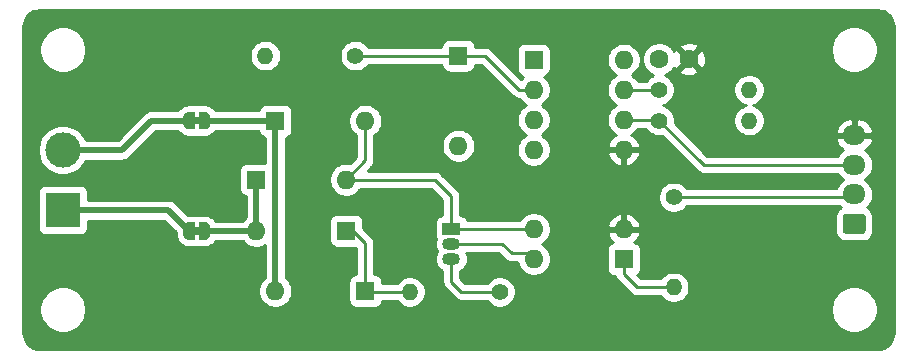
<source format=gbr>
%TF.GenerationSoftware,KiCad,Pcbnew,5.1.6-c6e7f7d~87~ubuntu20.04.1*%
%TF.CreationDate,2020-08-28T13:06:37+02:00*%
%TF.ProjectId,DCC,4443432e-6b69-4636-9164-5f7063625858,rev?*%
%TF.SameCoordinates,Original*%
%TF.FileFunction,Copper,L1,Top*%
%TF.FilePolarity,Positive*%
%FSLAX46Y46*%
G04 Gerber Fmt 4.6, Leading zero omitted, Abs format (unit mm)*
G04 Created by KiCad (PCBNEW 5.1.6-c6e7f7d~87~ubuntu20.04.1) date 2020-08-28 13:06:37*
%MOMM*%
%LPD*%
G01*
G04 APERTURE LIST*
%TA.AperFunction,EtchedComponent*%
%ADD10C,0.100000*%
%TD*%
%TA.AperFunction,ComponentPad*%
%ADD11O,1.600000X1.600000*%
%TD*%
%TA.AperFunction,ComponentPad*%
%ADD12R,1.600000X1.600000*%
%TD*%
%TA.AperFunction,ComponentPad*%
%ADD13O,1.400000X1.400000*%
%TD*%
%TA.AperFunction,ComponentPad*%
%ADD14C,1.400000*%
%TD*%
%TA.AperFunction,ComponentPad*%
%ADD15R,1.500000X1.050000*%
%TD*%
%TA.AperFunction,ComponentPad*%
%ADD16O,1.500000X1.050000*%
%TD*%
%TA.AperFunction,SMDPad,CuDef*%
%ADD17C,0.100000*%
%TD*%
%TA.AperFunction,ComponentPad*%
%ADD18O,1.950000X1.700000*%
%TD*%
%TA.AperFunction,ComponentPad*%
%ADD19C,3.000000*%
%TD*%
%TA.AperFunction,ComponentPad*%
%ADD20R,3.000000X3.000000*%
%TD*%
%TA.AperFunction,ComponentPad*%
%ADD21C,1.600000*%
%TD*%
%TA.AperFunction,Conductor*%
%ADD22C,0.250000*%
%TD*%
%TA.AperFunction,Conductor*%
%ADD23C,0.500000*%
%TD*%
%TA.AperFunction,Conductor*%
%ADD24C,0.254000*%
%TD*%
G04 APERTURE END LIST*
D10*
%TO.C,JP2*%
G36*
X65100000Y-89650800D02*
G01*
X65600000Y-89650800D01*
X65600000Y-89050800D01*
X65100000Y-89050800D01*
X65100000Y-89650800D01*
G37*
%TO.C,JP1*%
G36*
X65100000Y-80300000D02*
G01*
X65600000Y-80300000D01*
X65600000Y-79700000D01*
X65100000Y-79700000D01*
X65100000Y-80300000D01*
G37*
%TD*%
D11*
%TO.P,U2,4*%
%TO.N,Net-(Q1-Pad2)*%
X93880000Y-91738400D03*
%TO.P,U2,2*%
%TO.N,GND*%
X101500000Y-89198400D03*
%TO.P,U2,3*%
%TO.N,Net-(D1-Pad2)*%
X93880000Y-89198400D03*
D12*
%TO.P,U2,1*%
%TO.N,Net-(R3-Pad2)*%
X101500000Y-91738400D03*
%TD*%
D11*
%TO.P,U1,8*%
%TO.N,VCC*%
X101480600Y-74847400D03*
%TO.P,U1,4*%
%TO.N,N/C*%
X93860600Y-82467400D03*
%TO.P,U1,7*%
%TO.N,Net-(R4-Pad1)*%
X101480600Y-77387400D03*
%TO.P,U1,3*%
%TO.N,/K*%
X93860600Y-79927400D03*
%TO.P,U1,6*%
%TO.N,/DCC_IN*%
X101480600Y-79927400D03*
%TO.P,U1,2*%
%TO.N,Net-(D5-Pad1)*%
X93860600Y-77387400D03*
%TO.P,U1,5*%
%TO.N,GND*%
X101480600Y-82467400D03*
D12*
%TO.P,U1,1*%
%TO.N,Net-(U1-Pad1)*%
X93860600Y-74847400D03*
%TD*%
D13*
%TO.P,R5,2*%
%TO.N,VCC*%
X112120000Y-80000000D03*
D14*
%TO.P,R5,1*%
%TO.N,/DCC_IN*%
X104500000Y-80000000D03*
%TD*%
D13*
%TO.P,R4,2*%
%TO.N,VCC*%
X112120000Y-77387400D03*
D14*
%TO.P,R4,1*%
%TO.N,Net-(R4-Pad1)*%
X104500000Y-77387400D03*
%TD*%
D13*
%TO.P,R3,2*%
%TO.N,Net-(R3-Pad2)*%
X105722400Y-94120000D03*
D14*
%TO.P,R3,1*%
%TO.N,/ack*%
X105722400Y-86500000D03*
%TD*%
D13*
%TO.P,R2,2*%
%TO.N,/J*%
X71153000Y-74500000D03*
D14*
%TO.P,R2,1*%
%TO.N,Net-(D5-Pad1)*%
X78773000Y-74500000D03*
%TD*%
D13*
%TO.P,R1,2*%
%TO.N,Net-(D2-Pad1)*%
X83380000Y-94507000D03*
D14*
%TO.P,R1,1*%
%TO.N,Net-(Q1-Pad3)*%
X91000000Y-94507000D03*
%TD*%
D15*
%TO.P,Q1,1*%
%TO.N,Net-(D1-Pad2)*%
X86901000Y-89173000D03*
D16*
%TO.P,Q1,3*%
%TO.N,Net-(Q1-Pad3)*%
X86901000Y-91713000D03*
%TO.P,Q1,2*%
%TO.N,Net-(Q1-Pad2)*%
X86901000Y-90443000D03*
%TD*%
%TA.AperFunction,SMDPad,CuDef*%
D17*
%TO.P,JP2,1*%
%TO.N,/K_ACK*%
G36*
X65500000Y-88600800D02*
G01*
X66000000Y-88600800D01*
X66000000Y-88601402D01*
X66024534Y-88601402D01*
X66073365Y-88606212D01*
X66121490Y-88615784D01*
X66168445Y-88630028D01*
X66213778Y-88648805D01*
X66257051Y-88671936D01*
X66297850Y-88699196D01*
X66335779Y-88730324D01*
X66370476Y-88765021D01*
X66401604Y-88802950D01*
X66428864Y-88843749D01*
X66451995Y-88887022D01*
X66470772Y-88932355D01*
X66485016Y-88979310D01*
X66494588Y-89027435D01*
X66499398Y-89076266D01*
X66499398Y-89100800D01*
X66500000Y-89100800D01*
X66500000Y-89600800D01*
X66499398Y-89600800D01*
X66499398Y-89625334D01*
X66494588Y-89674165D01*
X66485016Y-89722290D01*
X66470772Y-89769245D01*
X66451995Y-89814578D01*
X66428864Y-89857851D01*
X66401604Y-89898650D01*
X66370476Y-89936579D01*
X66335779Y-89971276D01*
X66297850Y-90002404D01*
X66257051Y-90029664D01*
X66213778Y-90052795D01*
X66168445Y-90071572D01*
X66121490Y-90085816D01*
X66073365Y-90095388D01*
X66024534Y-90100198D01*
X66000000Y-90100198D01*
X66000000Y-90100800D01*
X65500000Y-90100800D01*
X65500000Y-88600800D01*
G37*
%TD.AperFunction*%
%TA.AperFunction,SMDPad,CuDef*%
%TO.P,JP2,2*%
%TO.N,/K*%
G36*
X64700000Y-90100198D02*
G01*
X64675466Y-90100198D01*
X64626635Y-90095388D01*
X64578510Y-90085816D01*
X64531555Y-90071572D01*
X64486222Y-90052795D01*
X64442949Y-90029664D01*
X64402150Y-90002404D01*
X64364221Y-89971276D01*
X64329524Y-89936579D01*
X64298396Y-89898650D01*
X64271136Y-89857851D01*
X64248005Y-89814578D01*
X64229228Y-89769245D01*
X64214984Y-89722290D01*
X64205412Y-89674165D01*
X64200602Y-89625334D01*
X64200602Y-89600800D01*
X64200000Y-89600800D01*
X64200000Y-89100800D01*
X64200602Y-89100800D01*
X64200602Y-89076266D01*
X64205412Y-89027435D01*
X64214984Y-88979310D01*
X64229228Y-88932355D01*
X64248005Y-88887022D01*
X64271136Y-88843749D01*
X64298396Y-88802950D01*
X64329524Y-88765021D01*
X64364221Y-88730324D01*
X64402150Y-88699196D01*
X64442949Y-88671936D01*
X64486222Y-88648805D01*
X64531555Y-88630028D01*
X64578510Y-88615784D01*
X64626635Y-88606212D01*
X64675466Y-88601402D01*
X64700000Y-88601402D01*
X64700000Y-88600800D01*
X65200000Y-88600800D01*
X65200000Y-90100800D01*
X64700000Y-90100800D01*
X64700000Y-90100198D01*
G37*
%TD.AperFunction*%
%TD*%
%TA.AperFunction,SMDPad,CuDef*%
%TO.P,JP1,1*%
%TO.N,/J_ACK*%
G36*
X65500000Y-79250000D02*
G01*
X66000000Y-79250000D01*
X66000000Y-79250602D01*
X66024534Y-79250602D01*
X66073365Y-79255412D01*
X66121490Y-79264984D01*
X66168445Y-79279228D01*
X66213778Y-79298005D01*
X66257051Y-79321136D01*
X66297850Y-79348396D01*
X66335779Y-79379524D01*
X66370476Y-79414221D01*
X66401604Y-79452150D01*
X66428864Y-79492949D01*
X66451995Y-79536222D01*
X66470772Y-79581555D01*
X66485016Y-79628510D01*
X66494588Y-79676635D01*
X66499398Y-79725466D01*
X66499398Y-79750000D01*
X66500000Y-79750000D01*
X66500000Y-80250000D01*
X66499398Y-80250000D01*
X66499398Y-80274534D01*
X66494588Y-80323365D01*
X66485016Y-80371490D01*
X66470772Y-80418445D01*
X66451995Y-80463778D01*
X66428864Y-80507051D01*
X66401604Y-80547850D01*
X66370476Y-80585779D01*
X66335779Y-80620476D01*
X66297850Y-80651604D01*
X66257051Y-80678864D01*
X66213778Y-80701995D01*
X66168445Y-80720772D01*
X66121490Y-80735016D01*
X66073365Y-80744588D01*
X66024534Y-80749398D01*
X66000000Y-80749398D01*
X66000000Y-80750000D01*
X65500000Y-80750000D01*
X65500000Y-79250000D01*
G37*
%TD.AperFunction*%
%TA.AperFunction,SMDPad,CuDef*%
%TO.P,JP1,2*%
%TO.N,/J*%
G36*
X64700000Y-80749398D02*
G01*
X64675466Y-80749398D01*
X64626635Y-80744588D01*
X64578510Y-80735016D01*
X64531555Y-80720772D01*
X64486222Y-80701995D01*
X64442949Y-80678864D01*
X64402150Y-80651604D01*
X64364221Y-80620476D01*
X64329524Y-80585779D01*
X64298396Y-80547850D01*
X64271136Y-80507051D01*
X64248005Y-80463778D01*
X64229228Y-80418445D01*
X64214984Y-80371490D01*
X64205412Y-80323365D01*
X64200602Y-80274534D01*
X64200602Y-80250000D01*
X64200000Y-80250000D01*
X64200000Y-79750000D01*
X64200602Y-79750000D01*
X64200602Y-79725466D01*
X64205412Y-79676635D01*
X64214984Y-79628510D01*
X64229228Y-79581555D01*
X64248005Y-79536222D01*
X64271136Y-79492949D01*
X64298396Y-79452150D01*
X64329524Y-79414221D01*
X64364221Y-79379524D01*
X64402150Y-79348396D01*
X64442949Y-79321136D01*
X64486222Y-79298005D01*
X64531555Y-79279228D01*
X64578510Y-79264984D01*
X64626635Y-79255412D01*
X64675466Y-79250602D01*
X64700000Y-79250602D01*
X64700000Y-79250000D01*
X65200000Y-79250000D01*
X65200000Y-80750000D01*
X64700000Y-80750000D01*
X64700000Y-80749398D01*
G37*
%TD.AperFunction*%
%TD*%
D18*
%TO.P,J2,4*%
%TO.N,GND*%
X121000000Y-81250000D03*
%TO.P,J2,3*%
%TO.N,/DCC_IN*%
X121000000Y-83750000D03*
%TO.P,J2,2*%
%TO.N,/ack*%
X121000000Y-86250000D03*
%TO.P,J2,1*%
%TO.N,VCC*%
%TA.AperFunction,ComponentPad*%
G36*
G01*
X121725000Y-89600000D02*
X120275000Y-89600000D01*
G75*
G02*
X120025000Y-89350000I0J250000D01*
G01*
X120025000Y-88150000D01*
G75*
G02*
X120275000Y-87900000I250000J0D01*
G01*
X121725000Y-87900000D01*
G75*
G02*
X121975000Y-88150000I0J-250000D01*
G01*
X121975000Y-89350000D01*
G75*
G02*
X121725000Y-89600000I-250000J0D01*
G01*
G37*
%TD.AperFunction*%
%TD*%
D19*
%TO.P,J1,2*%
%TO.N,/J*%
X54000000Y-82500000D03*
D20*
%TO.P,J1,1*%
%TO.N,/K*%
X54000000Y-87580000D03*
%TD*%
D11*
%TO.P,D5,2*%
%TO.N,/K*%
X87500000Y-82120000D03*
D12*
%TO.P,D5,1*%
%TO.N,Net-(D5-Pad1)*%
X87500000Y-74500000D03*
%TD*%
D11*
%TO.P,D4,2*%
%TO.N,/K_ACK*%
X70380000Y-89325400D03*
D12*
%TO.P,D4,1*%
%TO.N,Net-(D2-Pad1)*%
X78000000Y-89325400D03*
%TD*%
D11*
%TO.P,D3,2*%
%TO.N,Net-(D1-Pad2)*%
X78000000Y-85000000D03*
D12*
%TO.P,D3,1*%
%TO.N,/K_ACK*%
X70380000Y-85000000D03*
%TD*%
D11*
%TO.P,D2,2*%
%TO.N,/J_ACK*%
X72000000Y-94430800D03*
D12*
%TO.P,D2,1*%
%TO.N,Net-(D2-Pad1)*%
X79620000Y-94430800D03*
%TD*%
D11*
%TO.P,D1,2*%
%TO.N,Net-(D1-Pad2)*%
X79620000Y-80017800D03*
D12*
%TO.P,D1,1*%
%TO.N,/J_ACK*%
X72000000Y-80017800D03*
%TD*%
D21*
%TO.P,C1,2*%
%TO.N,GND*%
X107003200Y-74796600D03*
%TO.P,C1,1*%
%TO.N,VCC*%
X104503200Y-74796600D03*
%TD*%
D22*
%TO.N,Net-(D1-Pad2)*%
X79620000Y-83380000D02*
X78000000Y-85000000D01*
X79620000Y-80017800D02*
X79620000Y-83380000D01*
X78000000Y-85000000D02*
X85500000Y-85000000D01*
X86901000Y-86401000D02*
X86901000Y-89173000D01*
X85500000Y-85000000D02*
X86901000Y-86401000D01*
X93854600Y-89173000D02*
X93880000Y-89198400D01*
X86901000Y-89173000D02*
X93854600Y-89173000D01*
%TO.N,Net-(D2-Pad1)*%
X79696200Y-94507000D02*
X79620000Y-94430800D01*
X83380000Y-94507000D02*
X79696200Y-94507000D01*
X78000000Y-89325400D02*
X78575400Y-89325400D01*
X79620000Y-90370000D02*
X79620000Y-94430800D01*
X78575400Y-89325400D02*
X79620000Y-90370000D01*
%TO.N,Net-(D5-Pad1)*%
X78773000Y-74500000D02*
X87500000Y-74500000D01*
X87500000Y-74500000D02*
X89750000Y-74500000D01*
X92637400Y-77387400D02*
X93860600Y-77387400D01*
X89750000Y-74500000D02*
X92637400Y-77387400D01*
%TO.N,/DCC_IN*%
X104427400Y-79927400D02*
X104500000Y-80000000D01*
X101480600Y-79927400D02*
X104427400Y-79927400D01*
X108250000Y-83750000D02*
X121000000Y-83750000D01*
X104500000Y-80000000D02*
X108250000Y-83750000D01*
%TO.N,/ack*%
X120750000Y-86500000D02*
X121000000Y-86250000D01*
X105722400Y-86500000D02*
X120750000Y-86500000D01*
%TO.N,Net-(Q1-Pad3)*%
X86901000Y-91713000D02*
X86901000Y-93651000D01*
X87757000Y-94507000D02*
X91000000Y-94507000D01*
X86901000Y-93651000D02*
X87757000Y-94507000D01*
%TO.N,Net-(Q1-Pad2)*%
X86901000Y-90443000D02*
X91193000Y-90443000D01*
X91193000Y-90443000D02*
X92000000Y-91250000D01*
X93391600Y-91250000D02*
X93880000Y-91738400D01*
X92000000Y-91250000D02*
X93391600Y-91250000D01*
%TO.N,Net-(R3-Pad2)*%
X101500000Y-91738400D02*
X101500000Y-93000000D01*
X102620000Y-94120000D02*
X105722400Y-94120000D01*
X101500000Y-93000000D02*
X102620000Y-94120000D01*
%TO.N,Net-(R4-Pad1)*%
X101480600Y-77387400D02*
X104500000Y-77387400D01*
D23*
%TO.N,/J_ACK*%
X71982200Y-80000000D02*
X72000000Y-80017800D01*
X66000000Y-80000000D02*
X71982200Y-80000000D01*
X72000000Y-80017800D02*
X72000000Y-94430800D01*
%TO.N,/K_ACK*%
X70354600Y-89350800D02*
X70380000Y-89325400D01*
X66000000Y-89350800D02*
X70354600Y-89350800D01*
X70380000Y-89325400D02*
X70380000Y-85000000D01*
%TO.N,/K*%
X62929200Y-87580000D02*
X64700000Y-89350800D01*
X54000000Y-87580000D02*
X62929200Y-87580000D01*
%TO.N,/J*%
X64700000Y-80000000D02*
X61500000Y-80000000D01*
X61500000Y-80000000D02*
X59000000Y-82500000D01*
X59000000Y-82500000D02*
X54000000Y-82500000D01*
%TD*%
D24*
%TO.N,GND*%
G36*
X123259659Y-70688625D02*
G01*
X123509429Y-70764035D01*
X123739792Y-70886522D01*
X123941980Y-71051422D01*
X124108286Y-71252450D01*
X124232378Y-71481954D01*
X124309531Y-71731195D01*
X124340001Y-72021098D01*
X124340000Y-97967721D01*
X124311375Y-98259660D01*
X124235965Y-98509429D01*
X124113477Y-98739794D01*
X123948579Y-98941979D01*
X123747546Y-99108288D01*
X123518046Y-99232378D01*
X123268805Y-99309531D01*
X122978911Y-99340000D01*
X52032279Y-99340000D01*
X51740340Y-99311375D01*
X51490571Y-99235965D01*
X51260206Y-99113477D01*
X51058021Y-98948579D01*
X50891712Y-98747546D01*
X50767622Y-98518046D01*
X50690469Y-98268805D01*
X50660000Y-97978911D01*
X50660000Y-95804495D01*
X52015000Y-95804495D01*
X52015000Y-96195505D01*
X52091282Y-96579003D01*
X52240915Y-96940250D01*
X52458149Y-97265364D01*
X52734636Y-97541851D01*
X53059750Y-97759085D01*
X53420997Y-97908718D01*
X53804495Y-97985000D01*
X54195505Y-97985000D01*
X54579003Y-97908718D01*
X54940250Y-97759085D01*
X55265364Y-97541851D01*
X55541851Y-97265364D01*
X55759085Y-96940250D01*
X55908718Y-96579003D01*
X55985000Y-96195505D01*
X55985000Y-95804495D01*
X55908718Y-95420997D01*
X55759085Y-95059750D01*
X55541851Y-94734636D01*
X55265364Y-94458149D01*
X54940250Y-94240915D01*
X54579003Y-94091282D01*
X54195505Y-94015000D01*
X53804495Y-94015000D01*
X53420997Y-94091282D01*
X53059750Y-94240915D01*
X52734636Y-94458149D01*
X52458149Y-94734636D01*
X52240915Y-95059750D01*
X52091282Y-95420997D01*
X52015000Y-95804495D01*
X50660000Y-95804495D01*
X50660000Y-86080000D01*
X51861928Y-86080000D01*
X51861928Y-89080000D01*
X51874188Y-89204482D01*
X51910498Y-89324180D01*
X51969463Y-89434494D01*
X52048815Y-89531185D01*
X52145506Y-89610537D01*
X52255820Y-89669502D01*
X52375518Y-89705812D01*
X52500000Y-89718072D01*
X55500000Y-89718072D01*
X55624482Y-89705812D01*
X55744180Y-89669502D01*
X55854494Y-89610537D01*
X55951185Y-89531185D01*
X56030537Y-89434494D01*
X56089502Y-89324180D01*
X56125812Y-89204482D01*
X56138072Y-89080000D01*
X56138072Y-88465000D01*
X62562622Y-88465000D01*
X63561928Y-89464307D01*
X63561928Y-89600800D01*
X63564336Y-89625250D01*
X63564336Y-89649809D01*
X63576596Y-89774290D01*
X63595718Y-89870423D01*
X63632027Y-89990119D01*
X63669536Y-90080675D01*
X63728502Y-90190992D01*
X63782958Y-90272491D01*
X63862310Y-90369182D01*
X63931618Y-90438490D01*
X64028309Y-90517842D01*
X64109808Y-90572298D01*
X64220125Y-90631264D01*
X64310681Y-90668773D01*
X64430377Y-90705082D01*
X64526510Y-90724204D01*
X64650991Y-90736464D01*
X64675550Y-90736464D01*
X64700000Y-90738872D01*
X65200000Y-90738872D01*
X65324482Y-90726612D01*
X65350000Y-90718871D01*
X65375518Y-90726612D01*
X65500000Y-90738872D01*
X66000000Y-90738872D01*
X66024450Y-90736464D01*
X66049009Y-90736464D01*
X66173490Y-90724204D01*
X66269623Y-90705082D01*
X66389319Y-90668773D01*
X66479875Y-90631264D01*
X66590192Y-90572298D01*
X66671691Y-90517842D01*
X66768382Y-90438490D01*
X66837690Y-90369182D01*
X66917042Y-90272491D01*
X66941558Y-90235800D01*
X69262450Y-90235800D01*
X69265363Y-90240159D01*
X69465241Y-90440037D01*
X69700273Y-90597080D01*
X69961426Y-90705253D01*
X70238665Y-90760400D01*
X70521335Y-90760400D01*
X70798574Y-90705253D01*
X71059727Y-90597080D01*
X71115001Y-90560147D01*
X71115001Y-93296278D01*
X71085241Y-93316163D01*
X70885363Y-93516041D01*
X70728320Y-93751073D01*
X70620147Y-94012226D01*
X70565000Y-94289465D01*
X70565000Y-94572135D01*
X70620147Y-94849374D01*
X70728320Y-95110527D01*
X70885363Y-95345559D01*
X71085241Y-95545437D01*
X71320273Y-95702480D01*
X71581426Y-95810653D01*
X71858665Y-95865800D01*
X72141335Y-95865800D01*
X72418574Y-95810653D01*
X72679727Y-95702480D01*
X72914759Y-95545437D01*
X73114637Y-95345559D01*
X73271680Y-95110527D01*
X73379853Y-94849374D01*
X73435000Y-94572135D01*
X73435000Y-94289465D01*
X73379853Y-94012226D01*
X73271680Y-93751073D01*
X73114637Y-93516041D01*
X72914759Y-93316163D01*
X72885000Y-93296279D01*
X72885000Y-88525400D01*
X76561928Y-88525400D01*
X76561928Y-90125400D01*
X76574188Y-90249882D01*
X76610498Y-90369580D01*
X76669463Y-90479894D01*
X76748815Y-90576585D01*
X76845506Y-90655937D01*
X76955820Y-90714902D01*
X77075518Y-90751212D01*
X77200000Y-90763472D01*
X78800000Y-90763472D01*
X78860000Y-90757563D01*
X78860001Y-92992728D01*
X78820000Y-92992728D01*
X78695518Y-93004988D01*
X78575820Y-93041298D01*
X78465506Y-93100263D01*
X78368815Y-93179615D01*
X78289463Y-93276306D01*
X78230498Y-93386620D01*
X78194188Y-93506318D01*
X78181928Y-93630800D01*
X78181928Y-95230800D01*
X78194188Y-95355282D01*
X78230498Y-95474980D01*
X78289463Y-95585294D01*
X78368815Y-95681985D01*
X78465506Y-95761337D01*
X78575820Y-95820302D01*
X78695518Y-95856612D01*
X78820000Y-95868872D01*
X80420000Y-95868872D01*
X80544482Y-95856612D01*
X80664180Y-95820302D01*
X80774494Y-95761337D01*
X80871185Y-95681985D01*
X80950537Y-95585294D01*
X81009502Y-95474980D01*
X81045812Y-95355282D01*
X81054507Y-95267000D01*
X82282225Y-95267000D01*
X82343038Y-95358013D01*
X82528987Y-95543962D01*
X82747641Y-95690061D01*
X82990595Y-95790696D01*
X83248514Y-95842000D01*
X83511486Y-95842000D01*
X83769405Y-95790696D01*
X84012359Y-95690061D01*
X84231013Y-95543962D01*
X84416962Y-95358013D01*
X84563061Y-95139359D01*
X84663696Y-94896405D01*
X84715000Y-94638486D01*
X84715000Y-94375514D01*
X84663696Y-94117595D01*
X84563061Y-93874641D01*
X84416962Y-93655987D01*
X84231013Y-93470038D01*
X84012359Y-93323939D01*
X83769405Y-93223304D01*
X83511486Y-93172000D01*
X83248514Y-93172000D01*
X82990595Y-93223304D01*
X82747641Y-93323939D01*
X82528987Y-93470038D01*
X82343038Y-93655987D01*
X82282225Y-93747000D01*
X81058072Y-93747000D01*
X81058072Y-93630800D01*
X81045812Y-93506318D01*
X81009502Y-93386620D01*
X80950537Y-93276306D01*
X80871185Y-93179615D01*
X80774494Y-93100263D01*
X80664180Y-93041298D01*
X80544482Y-93004988D01*
X80420000Y-92992728D01*
X80380000Y-92992728D01*
X80380000Y-90407322D01*
X80383676Y-90369999D01*
X80380000Y-90332676D01*
X80380000Y-90332667D01*
X80369003Y-90221014D01*
X80325546Y-90077753D01*
X80254974Y-89945724D01*
X80219911Y-89902999D01*
X80183799Y-89858996D01*
X80183795Y-89858992D01*
X80160001Y-89829999D01*
X80131009Y-89806206D01*
X79438072Y-89113270D01*
X79438072Y-88525400D01*
X79425812Y-88400918D01*
X79389502Y-88281220D01*
X79330537Y-88170906D01*
X79251185Y-88074215D01*
X79154494Y-87994863D01*
X79044180Y-87935898D01*
X78924482Y-87899588D01*
X78800000Y-87887328D01*
X77200000Y-87887328D01*
X77075518Y-87899588D01*
X76955820Y-87935898D01*
X76845506Y-87994863D01*
X76748815Y-88074215D01*
X76669463Y-88170906D01*
X76610498Y-88281220D01*
X76574188Y-88400918D01*
X76561928Y-88525400D01*
X72885000Y-88525400D01*
X72885000Y-84858665D01*
X76565000Y-84858665D01*
X76565000Y-85141335D01*
X76620147Y-85418574D01*
X76728320Y-85679727D01*
X76885363Y-85914759D01*
X77085241Y-86114637D01*
X77320273Y-86271680D01*
X77581426Y-86379853D01*
X77858665Y-86435000D01*
X78141335Y-86435000D01*
X78418574Y-86379853D01*
X78679727Y-86271680D01*
X78914759Y-86114637D01*
X79114637Y-85914759D01*
X79218043Y-85760000D01*
X85185199Y-85760000D01*
X86141000Y-86715802D01*
X86141001Y-88010913D01*
X86026518Y-88022188D01*
X85906820Y-88058498D01*
X85796506Y-88117463D01*
X85699815Y-88196815D01*
X85620463Y-88293506D01*
X85561498Y-88403820D01*
X85525188Y-88523518D01*
X85512928Y-88648000D01*
X85512928Y-89698000D01*
X85525188Y-89822482D01*
X85561498Y-89942180D01*
X85596093Y-90006902D01*
X85532785Y-90215600D01*
X85510388Y-90443000D01*
X85532785Y-90670400D01*
X85599115Y-90889060D01*
X85700105Y-91078000D01*
X85599115Y-91266940D01*
X85532785Y-91485600D01*
X85510388Y-91713000D01*
X85532785Y-91940400D01*
X85599115Y-92159060D01*
X85706829Y-92360579D01*
X85851788Y-92537212D01*
X86028421Y-92682171D01*
X86141001Y-92742346D01*
X86141001Y-93613668D01*
X86137324Y-93651000D01*
X86141001Y-93688333D01*
X86151998Y-93799986D01*
X86160421Y-93827753D01*
X86195454Y-93943246D01*
X86266026Y-94075276D01*
X86317958Y-94138554D01*
X86361000Y-94191001D01*
X86389998Y-94214799D01*
X87193201Y-95018003D01*
X87216999Y-95047001D01*
X87332724Y-95141974D01*
X87464753Y-95212546D01*
X87608014Y-95256003D01*
X87719667Y-95267000D01*
X87719677Y-95267000D01*
X87757000Y-95270676D01*
X87794323Y-95267000D01*
X89902225Y-95267000D01*
X89963038Y-95358013D01*
X90148987Y-95543962D01*
X90367641Y-95690061D01*
X90610595Y-95790696D01*
X90868514Y-95842000D01*
X91131486Y-95842000D01*
X91320033Y-95804495D01*
X119015000Y-95804495D01*
X119015000Y-96195505D01*
X119091282Y-96579003D01*
X119240915Y-96940250D01*
X119458149Y-97265364D01*
X119734636Y-97541851D01*
X120059750Y-97759085D01*
X120420997Y-97908718D01*
X120804495Y-97985000D01*
X121195505Y-97985000D01*
X121579003Y-97908718D01*
X121940250Y-97759085D01*
X122265364Y-97541851D01*
X122541851Y-97265364D01*
X122759085Y-96940250D01*
X122908718Y-96579003D01*
X122985000Y-96195505D01*
X122985000Y-95804495D01*
X122908718Y-95420997D01*
X122759085Y-95059750D01*
X122541851Y-94734636D01*
X122265364Y-94458149D01*
X121940250Y-94240915D01*
X121579003Y-94091282D01*
X121195505Y-94015000D01*
X120804495Y-94015000D01*
X120420997Y-94091282D01*
X120059750Y-94240915D01*
X119734636Y-94458149D01*
X119458149Y-94734636D01*
X119240915Y-95059750D01*
X119091282Y-95420997D01*
X119015000Y-95804495D01*
X91320033Y-95804495D01*
X91389405Y-95790696D01*
X91632359Y-95690061D01*
X91851013Y-95543962D01*
X92036962Y-95358013D01*
X92183061Y-95139359D01*
X92283696Y-94896405D01*
X92335000Y-94638486D01*
X92335000Y-94375514D01*
X92283696Y-94117595D01*
X92183061Y-93874641D01*
X92036962Y-93655987D01*
X91851013Y-93470038D01*
X91632359Y-93323939D01*
X91389405Y-93223304D01*
X91131486Y-93172000D01*
X90868514Y-93172000D01*
X90610595Y-93223304D01*
X90367641Y-93323939D01*
X90148987Y-93470038D01*
X89963038Y-93655987D01*
X89902225Y-93747000D01*
X88071802Y-93747000D01*
X87661000Y-93336199D01*
X87661000Y-92742346D01*
X87773579Y-92682171D01*
X87950212Y-92537212D01*
X88095171Y-92360579D01*
X88202885Y-92159060D01*
X88269215Y-91940400D01*
X88291612Y-91713000D01*
X88269215Y-91485600D01*
X88202885Y-91266940D01*
X88168708Y-91203000D01*
X90878199Y-91203000D01*
X91436201Y-91761002D01*
X91459999Y-91790001D01*
X91575724Y-91884974D01*
X91707753Y-91955546D01*
X91851014Y-91999003D01*
X91962667Y-92010000D01*
X91962676Y-92010000D01*
X91999999Y-92013676D01*
X92037322Y-92010000D01*
X92470912Y-92010000D01*
X92500147Y-92156974D01*
X92608320Y-92418127D01*
X92765363Y-92653159D01*
X92965241Y-92853037D01*
X93200273Y-93010080D01*
X93461426Y-93118253D01*
X93738665Y-93173400D01*
X94021335Y-93173400D01*
X94298574Y-93118253D01*
X94559727Y-93010080D01*
X94794759Y-92853037D01*
X94994637Y-92653159D01*
X95151680Y-92418127D01*
X95259853Y-92156974D01*
X95315000Y-91879735D01*
X95315000Y-91597065D01*
X95259853Y-91319826D01*
X95151680Y-91058673D01*
X95071317Y-90938400D01*
X100061928Y-90938400D01*
X100061928Y-92538400D01*
X100074188Y-92662882D01*
X100110498Y-92782580D01*
X100169463Y-92892894D01*
X100248815Y-92989585D01*
X100345506Y-93068937D01*
X100455820Y-93127902D01*
X100575518Y-93164212D01*
X100700000Y-93176472D01*
X100759336Y-93176472D01*
X100794454Y-93292246D01*
X100865026Y-93424276D01*
X100932357Y-93506318D01*
X100960000Y-93540001D01*
X100988998Y-93563799D01*
X102056201Y-94631003D01*
X102079999Y-94660001D01*
X102195724Y-94754974D01*
X102327753Y-94825546D01*
X102471014Y-94869003D01*
X102582667Y-94880000D01*
X102582676Y-94880000D01*
X102619999Y-94883676D01*
X102657322Y-94880000D01*
X104624625Y-94880000D01*
X104685438Y-94971013D01*
X104871387Y-95156962D01*
X105090041Y-95303061D01*
X105332995Y-95403696D01*
X105590914Y-95455000D01*
X105853886Y-95455000D01*
X106111805Y-95403696D01*
X106354759Y-95303061D01*
X106573413Y-95156962D01*
X106759362Y-94971013D01*
X106905461Y-94752359D01*
X107006096Y-94509405D01*
X107057400Y-94251486D01*
X107057400Y-93988514D01*
X107006096Y-93730595D01*
X106905461Y-93487641D01*
X106759362Y-93268987D01*
X106573413Y-93083038D01*
X106354759Y-92936939D01*
X106111805Y-92836304D01*
X105853886Y-92785000D01*
X105590914Y-92785000D01*
X105332995Y-92836304D01*
X105090041Y-92936939D01*
X104871387Y-93083038D01*
X104685438Y-93268987D01*
X104624625Y-93360000D01*
X102934802Y-93360000D01*
X102647485Y-93072683D01*
X102654494Y-93068937D01*
X102751185Y-92989585D01*
X102830537Y-92892894D01*
X102889502Y-92782580D01*
X102925812Y-92662882D01*
X102938072Y-92538400D01*
X102938072Y-90938400D01*
X102925812Y-90813918D01*
X102889502Y-90694220D01*
X102830537Y-90583906D01*
X102751185Y-90487215D01*
X102654494Y-90407863D01*
X102544180Y-90348898D01*
X102424482Y-90312588D01*
X102399920Y-90310169D01*
X102563519Y-90161814D01*
X102731037Y-89935820D01*
X102851246Y-89681487D01*
X102891904Y-89547439D01*
X102769915Y-89325400D01*
X101627000Y-89325400D01*
X101627000Y-89345400D01*
X101373000Y-89345400D01*
X101373000Y-89325400D01*
X100230085Y-89325400D01*
X100108096Y-89547439D01*
X100148754Y-89681487D01*
X100268963Y-89935820D01*
X100436481Y-90161814D01*
X100600080Y-90310169D01*
X100575518Y-90312588D01*
X100455820Y-90348898D01*
X100345506Y-90407863D01*
X100248815Y-90487215D01*
X100169463Y-90583906D01*
X100110498Y-90694220D01*
X100074188Y-90813918D01*
X100061928Y-90938400D01*
X95071317Y-90938400D01*
X94994637Y-90823641D01*
X94794759Y-90623763D01*
X94562241Y-90468400D01*
X94794759Y-90313037D01*
X94994637Y-90113159D01*
X95151680Y-89878127D01*
X95259853Y-89616974D01*
X95315000Y-89339735D01*
X95315000Y-89057065D01*
X95273685Y-88849361D01*
X100108096Y-88849361D01*
X100230085Y-89071400D01*
X101373000Y-89071400D01*
X101373000Y-87927776D01*
X101627000Y-87927776D01*
X101627000Y-89071400D01*
X102769915Y-89071400D01*
X102891904Y-88849361D01*
X102851246Y-88715313D01*
X102731037Y-88460980D01*
X102563519Y-88234986D01*
X102355131Y-88046015D01*
X102113881Y-87901330D01*
X101849040Y-87806491D01*
X101627000Y-87927776D01*
X101373000Y-87927776D01*
X101150960Y-87806491D01*
X100886119Y-87901330D01*
X100644869Y-88046015D01*
X100436481Y-88234986D01*
X100268963Y-88460980D01*
X100148754Y-88715313D01*
X100108096Y-88849361D01*
X95273685Y-88849361D01*
X95259853Y-88779826D01*
X95151680Y-88518673D01*
X94994637Y-88283641D01*
X94794759Y-88083763D01*
X94559727Y-87926720D01*
X94298574Y-87818547D01*
X94021335Y-87763400D01*
X93738665Y-87763400D01*
X93461426Y-87818547D01*
X93200273Y-87926720D01*
X92965241Y-88083763D01*
X92765363Y-88283641D01*
X92678928Y-88413000D01*
X88243287Y-88413000D01*
X88240502Y-88403820D01*
X88181537Y-88293506D01*
X88102185Y-88196815D01*
X88005494Y-88117463D01*
X87895180Y-88058498D01*
X87775482Y-88022188D01*
X87661000Y-88010913D01*
X87661000Y-86438322D01*
X87664676Y-86400999D01*
X87661000Y-86363676D01*
X87661000Y-86363667D01*
X87650003Y-86252014D01*
X87606546Y-86108753D01*
X87535974Y-85976724D01*
X87441001Y-85860999D01*
X87412004Y-85837202D01*
X86063804Y-84489003D01*
X86040001Y-84459999D01*
X85924276Y-84365026D01*
X85792247Y-84294454D01*
X85648986Y-84250997D01*
X85537333Y-84240000D01*
X85537322Y-84240000D01*
X85500000Y-84236324D01*
X85462678Y-84240000D01*
X79834802Y-84240000D01*
X80131003Y-83943799D01*
X80160001Y-83920001D01*
X80219704Y-83847253D01*
X80254974Y-83804277D01*
X80325546Y-83672247D01*
X80369003Y-83528986D01*
X80380000Y-83417333D01*
X80380000Y-83417323D01*
X80383676Y-83380000D01*
X80380000Y-83342677D01*
X80380000Y-81978665D01*
X86065000Y-81978665D01*
X86065000Y-82261335D01*
X86120147Y-82538574D01*
X86228320Y-82799727D01*
X86385363Y-83034759D01*
X86585241Y-83234637D01*
X86820273Y-83391680D01*
X87081426Y-83499853D01*
X87358665Y-83555000D01*
X87641335Y-83555000D01*
X87918574Y-83499853D01*
X88179727Y-83391680D01*
X88414759Y-83234637D01*
X88614637Y-83034759D01*
X88771680Y-82799727D01*
X88879853Y-82538574D01*
X88935000Y-82261335D01*
X88935000Y-81978665D01*
X88879853Y-81701426D01*
X88771680Y-81440273D01*
X88614637Y-81205241D01*
X88414759Y-81005363D01*
X88179727Y-80848320D01*
X87918574Y-80740147D01*
X87641335Y-80685000D01*
X87358665Y-80685000D01*
X87081426Y-80740147D01*
X86820273Y-80848320D01*
X86585241Y-81005363D01*
X86385363Y-81205241D01*
X86228320Y-81440273D01*
X86120147Y-81701426D01*
X86065000Y-81978665D01*
X80380000Y-81978665D01*
X80380000Y-81235843D01*
X80534759Y-81132437D01*
X80734637Y-80932559D01*
X80891680Y-80697527D01*
X80999853Y-80436374D01*
X81055000Y-80159135D01*
X81055000Y-79876465D01*
X80999853Y-79599226D01*
X80891680Y-79338073D01*
X80734637Y-79103041D01*
X80534759Y-78903163D01*
X80299727Y-78746120D01*
X80038574Y-78637947D01*
X79761335Y-78582800D01*
X79478665Y-78582800D01*
X79201426Y-78637947D01*
X78940273Y-78746120D01*
X78705241Y-78903163D01*
X78505363Y-79103041D01*
X78348320Y-79338073D01*
X78240147Y-79599226D01*
X78185000Y-79876465D01*
X78185000Y-80159135D01*
X78240147Y-80436374D01*
X78348320Y-80697527D01*
X78505363Y-80932559D01*
X78705241Y-81132437D01*
X78860000Y-81235844D01*
X78860001Y-83065197D01*
X78323886Y-83601312D01*
X78141335Y-83565000D01*
X77858665Y-83565000D01*
X77581426Y-83620147D01*
X77320273Y-83728320D01*
X77085241Y-83885363D01*
X76885363Y-84085241D01*
X76728320Y-84320273D01*
X76620147Y-84581426D01*
X76565000Y-84858665D01*
X72885000Y-84858665D01*
X72885000Y-81447501D01*
X72924482Y-81443612D01*
X73044180Y-81407302D01*
X73154494Y-81348337D01*
X73251185Y-81268985D01*
X73330537Y-81172294D01*
X73389502Y-81061980D01*
X73425812Y-80942282D01*
X73438072Y-80817800D01*
X73438072Y-79217800D01*
X73425812Y-79093318D01*
X73389502Y-78973620D01*
X73330537Y-78863306D01*
X73251185Y-78766615D01*
X73154494Y-78687263D01*
X73044180Y-78628298D01*
X72924482Y-78591988D01*
X72800000Y-78579728D01*
X71200000Y-78579728D01*
X71075518Y-78591988D01*
X70955820Y-78628298D01*
X70845506Y-78687263D01*
X70748815Y-78766615D01*
X70669463Y-78863306D01*
X70610498Y-78973620D01*
X70574188Y-79093318D01*
X70572053Y-79115000D01*
X66941558Y-79115000D01*
X66917042Y-79078309D01*
X66837690Y-78981618D01*
X66768382Y-78912310D01*
X66671691Y-78832958D01*
X66590192Y-78778502D01*
X66479875Y-78719536D01*
X66389319Y-78682027D01*
X66269623Y-78645718D01*
X66173490Y-78626596D01*
X66049009Y-78614336D01*
X66024450Y-78614336D01*
X66000000Y-78611928D01*
X65500000Y-78611928D01*
X65375518Y-78624188D01*
X65350000Y-78631929D01*
X65324482Y-78624188D01*
X65200000Y-78611928D01*
X64700000Y-78611928D01*
X64675550Y-78614336D01*
X64650991Y-78614336D01*
X64526510Y-78626596D01*
X64430377Y-78645718D01*
X64310681Y-78682027D01*
X64220125Y-78719536D01*
X64109808Y-78778502D01*
X64028309Y-78832958D01*
X63931618Y-78912310D01*
X63862310Y-78981618D01*
X63782958Y-79078309D01*
X63758442Y-79115000D01*
X61543469Y-79115000D01*
X61500000Y-79110719D01*
X61456531Y-79115000D01*
X61456523Y-79115000D01*
X61326510Y-79127805D01*
X61159687Y-79178411D01*
X61026831Y-79249423D01*
X61005941Y-79260589D01*
X60904953Y-79343468D01*
X60904951Y-79343470D01*
X60871183Y-79371183D01*
X60843470Y-79404951D01*
X58633422Y-81615000D01*
X55944328Y-81615000D01*
X55892012Y-81488698D01*
X55658363Y-81139017D01*
X55360983Y-80841637D01*
X55011302Y-80607988D01*
X54622756Y-80447047D01*
X54210279Y-80365000D01*
X53789721Y-80365000D01*
X53377244Y-80447047D01*
X52988698Y-80607988D01*
X52639017Y-80841637D01*
X52341637Y-81139017D01*
X52107988Y-81488698D01*
X51947047Y-81877244D01*
X51865000Y-82289721D01*
X51865000Y-82710279D01*
X51947047Y-83122756D01*
X52107988Y-83511302D01*
X52341637Y-83860983D01*
X52639017Y-84158363D01*
X52988698Y-84392012D01*
X53377244Y-84552953D01*
X53789721Y-84635000D01*
X54210279Y-84635000D01*
X54622756Y-84552953D01*
X55011302Y-84392012D01*
X55360983Y-84158363D01*
X55658363Y-83860983D01*
X55892012Y-83511302D01*
X55944328Y-83385000D01*
X58956531Y-83385000D01*
X59000000Y-83389281D01*
X59043469Y-83385000D01*
X59043477Y-83385000D01*
X59173490Y-83372195D01*
X59340313Y-83321589D01*
X59494059Y-83239411D01*
X59628817Y-83128817D01*
X59656534Y-83095044D01*
X61866579Y-80885000D01*
X63758442Y-80885000D01*
X63782958Y-80921691D01*
X63862310Y-81018382D01*
X63931618Y-81087690D01*
X64028309Y-81167042D01*
X64109808Y-81221498D01*
X64220125Y-81280464D01*
X64310681Y-81317973D01*
X64430377Y-81354282D01*
X64526510Y-81373404D01*
X64650991Y-81385664D01*
X64675550Y-81385664D01*
X64700000Y-81388072D01*
X65200000Y-81388072D01*
X65324482Y-81375812D01*
X65350000Y-81368071D01*
X65375518Y-81375812D01*
X65500000Y-81388072D01*
X66000000Y-81388072D01*
X66024450Y-81385664D01*
X66049009Y-81385664D01*
X66173490Y-81373404D01*
X66269623Y-81354282D01*
X66389319Y-81317973D01*
X66479875Y-81280464D01*
X66590192Y-81221498D01*
X66671691Y-81167042D01*
X66768382Y-81087690D01*
X66837690Y-81018382D01*
X66917042Y-80921691D01*
X66941558Y-80885000D01*
X70568546Y-80885000D01*
X70574188Y-80942282D01*
X70610498Y-81061980D01*
X70669463Y-81172294D01*
X70748815Y-81268985D01*
X70845506Y-81348337D01*
X70955820Y-81407302D01*
X71075518Y-81443612D01*
X71115000Y-81447501D01*
X71115000Y-83561928D01*
X69580000Y-83561928D01*
X69455518Y-83574188D01*
X69335820Y-83610498D01*
X69225506Y-83669463D01*
X69128815Y-83748815D01*
X69049463Y-83845506D01*
X68990498Y-83955820D01*
X68954188Y-84075518D01*
X68941928Y-84200000D01*
X68941928Y-85800000D01*
X68954188Y-85924482D01*
X68990498Y-86044180D01*
X69049463Y-86154494D01*
X69128815Y-86251185D01*
X69225506Y-86330537D01*
X69335820Y-86389502D01*
X69455518Y-86425812D01*
X69495001Y-86429701D01*
X69495000Y-88190879D01*
X69465241Y-88210763D01*
X69265363Y-88410641D01*
X69228507Y-88465800D01*
X66941558Y-88465800D01*
X66917042Y-88429109D01*
X66837690Y-88332418D01*
X66768382Y-88263110D01*
X66671691Y-88183758D01*
X66590192Y-88129302D01*
X66479875Y-88070336D01*
X66389319Y-88032827D01*
X66269623Y-87996518D01*
X66173490Y-87977396D01*
X66049009Y-87965136D01*
X66024450Y-87965136D01*
X66000000Y-87962728D01*
X65500000Y-87962728D01*
X65375518Y-87974988D01*
X65350000Y-87982729D01*
X65324482Y-87974988D01*
X65200000Y-87962728D01*
X64700000Y-87962728D01*
X64675550Y-87965136D01*
X64650991Y-87965136D01*
X64573542Y-87972764D01*
X63585734Y-86984956D01*
X63558017Y-86951183D01*
X63423259Y-86840589D01*
X63269513Y-86758411D01*
X63102690Y-86707805D01*
X62972677Y-86695000D01*
X62972669Y-86695000D01*
X62929200Y-86690719D01*
X62885731Y-86695000D01*
X56138072Y-86695000D01*
X56138072Y-86080000D01*
X56125812Y-85955518D01*
X56089502Y-85835820D01*
X56030537Y-85725506D01*
X55951185Y-85628815D01*
X55854494Y-85549463D01*
X55744180Y-85490498D01*
X55624482Y-85454188D01*
X55500000Y-85441928D01*
X52500000Y-85441928D01*
X52375518Y-85454188D01*
X52255820Y-85490498D01*
X52145506Y-85549463D01*
X52048815Y-85628815D01*
X51969463Y-85725506D01*
X51910498Y-85835820D01*
X51874188Y-85955518D01*
X51861928Y-86080000D01*
X50660000Y-86080000D01*
X50660000Y-73804495D01*
X52015000Y-73804495D01*
X52015000Y-74195505D01*
X52091282Y-74579003D01*
X52240915Y-74940250D01*
X52458149Y-75265364D01*
X52734636Y-75541851D01*
X53059750Y-75759085D01*
X53420997Y-75908718D01*
X53804495Y-75985000D01*
X54195505Y-75985000D01*
X54579003Y-75908718D01*
X54940250Y-75759085D01*
X55265364Y-75541851D01*
X55541851Y-75265364D01*
X55759085Y-74940250D01*
X55908718Y-74579003D01*
X55950586Y-74368514D01*
X69818000Y-74368514D01*
X69818000Y-74631486D01*
X69869304Y-74889405D01*
X69969939Y-75132359D01*
X70116038Y-75351013D01*
X70301987Y-75536962D01*
X70520641Y-75683061D01*
X70763595Y-75783696D01*
X71021514Y-75835000D01*
X71284486Y-75835000D01*
X71542405Y-75783696D01*
X71785359Y-75683061D01*
X72004013Y-75536962D01*
X72189962Y-75351013D01*
X72336061Y-75132359D01*
X72436696Y-74889405D01*
X72488000Y-74631486D01*
X72488000Y-74368514D01*
X77438000Y-74368514D01*
X77438000Y-74631486D01*
X77489304Y-74889405D01*
X77589939Y-75132359D01*
X77736038Y-75351013D01*
X77921987Y-75536962D01*
X78140641Y-75683061D01*
X78383595Y-75783696D01*
X78641514Y-75835000D01*
X78904486Y-75835000D01*
X79162405Y-75783696D01*
X79405359Y-75683061D01*
X79624013Y-75536962D01*
X79809962Y-75351013D01*
X79870775Y-75260000D01*
X86061928Y-75260000D01*
X86061928Y-75300000D01*
X86074188Y-75424482D01*
X86110498Y-75544180D01*
X86169463Y-75654494D01*
X86248815Y-75751185D01*
X86345506Y-75830537D01*
X86455820Y-75889502D01*
X86575518Y-75925812D01*
X86700000Y-75938072D01*
X88300000Y-75938072D01*
X88424482Y-75925812D01*
X88544180Y-75889502D01*
X88654494Y-75830537D01*
X88751185Y-75751185D01*
X88830537Y-75654494D01*
X88889502Y-75544180D01*
X88925812Y-75424482D01*
X88938072Y-75300000D01*
X88938072Y-75260000D01*
X89435199Y-75260000D01*
X92073601Y-77898403D01*
X92097399Y-77927401D01*
X92213124Y-78022374D01*
X92345153Y-78092946D01*
X92488414Y-78136403D01*
X92600067Y-78147400D01*
X92600076Y-78147400D01*
X92637399Y-78151076D01*
X92644543Y-78150372D01*
X92745963Y-78302159D01*
X92945841Y-78502037D01*
X93178359Y-78657400D01*
X92945841Y-78812763D01*
X92745963Y-79012641D01*
X92588920Y-79247673D01*
X92480747Y-79508826D01*
X92425600Y-79786065D01*
X92425600Y-80068735D01*
X92480747Y-80345974D01*
X92588920Y-80607127D01*
X92745963Y-80842159D01*
X92945841Y-81042037D01*
X93178359Y-81197400D01*
X92945841Y-81352763D01*
X92745963Y-81552641D01*
X92588920Y-81787673D01*
X92480747Y-82048826D01*
X92425600Y-82326065D01*
X92425600Y-82608735D01*
X92480747Y-82885974D01*
X92588920Y-83147127D01*
X92745963Y-83382159D01*
X92945841Y-83582037D01*
X93180873Y-83739080D01*
X93442026Y-83847253D01*
X93719265Y-83902400D01*
X94001935Y-83902400D01*
X94279174Y-83847253D01*
X94540327Y-83739080D01*
X94775359Y-83582037D01*
X94975237Y-83382159D01*
X95132280Y-83147127D01*
X95240453Y-82885974D01*
X95254284Y-82816439D01*
X100088696Y-82816439D01*
X100129354Y-82950487D01*
X100249563Y-83204820D01*
X100417081Y-83430814D01*
X100625469Y-83619785D01*
X100866719Y-83764470D01*
X101131560Y-83859309D01*
X101353600Y-83738024D01*
X101353600Y-82594400D01*
X101607600Y-82594400D01*
X101607600Y-83738024D01*
X101829640Y-83859309D01*
X102094481Y-83764470D01*
X102335731Y-83619785D01*
X102544119Y-83430814D01*
X102711637Y-83204820D01*
X102831846Y-82950487D01*
X102872504Y-82816439D01*
X102750515Y-82594400D01*
X101607600Y-82594400D01*
X101353600Y-82594400D01*
X100210685Y-82594400D01*
X100088696Y-82816439D01*
X95254284Y-82816439D01*
X95295600Y-82608735D01*
X95295600Y-82326065D01*
X95240453Y-82048826D01*
X95132280Y-81787673D01*
X94975237Y-81552641D01*
X94775359Y-81352763D01*
X94542841Y-81197400D01*
X94775359Y-81042037D01*
X94975237Y-80842159D01*
X95132280Y-80607127D01*
X95240453Y-80345974D01*
X95295600Y-80068735D01*
X95295600Y-79786065D01*
X95240453Y-79508826D01*
X95132280Y-79247673D01*
X94975237Y-79012641D01*
X94775359Y-78812763D01*
X94542841Y-78657400D01*
X94775359Y-78502037D01*
X94975237Y-78302159D01*
X95132280Y-78067127D01*
X95240453Y-77805974D01*
X95295600Y-77528735D01*
X95295600Y-77246065D01*
X95240453Y-76968826D01*
X95132280Y-76707673D01*
X94975237Y-76472641D01*
X94776639Y-76274043D01*
X94785082Y-76273212D01*
X94904780Y-76236902D01*
X95015094Y-76177937D01*
X95111785Y-76098585D01*
X95191137Y-76001894D01*
X95250102Y-75891580D01*
X95286412Y-75771882D01*
X95298672Y-75647400D01*
X95298672Y-74706065D01*
X100045600Y-74706065D01*
X100045600Y-74988735D01*
X100100747Y-75265974D01*
X100208920Y-75527127D01*
X100365963Y-75762159D01*
X100565841Y-75962037D01*
X100798359Y-76117400D01*
X100565841Y-76272763D01*
X100365963Y-76472641D01*
X100208920Y-76707673D01*
X100100747Y-76968826D01*
X100045600Y-77246065D01*
X100045600Y-77528735D01*
X100100747Y-77805974D01*
X100208920Y-78067127D01*
X100365963Y-78302159D01*
X100565841Y-78502037D01*
X100798359Y-78657400D01*
X100565841Y-78812763D01*
X100365963Y-79012641D01*
X100208920Y-79247673D01*
X100100747Y-79508826D01*
X100045600Y-79786065D01*
X100045600Y-80068735D01*
X100100747Y-80345974D01*
X100208920Y-80607127D01*
X100365963Y-80842159D01*
X100565841Y-81042037D01*
X100800873Y-81199080D01*
X100811465Y-81203467D01*
X100625469Y-81315015D01*
X100417081Y-81503986D01*
X100249563Y-81729980D01*
X100129354Y-81984313D01*
X100088696Y-82118361D01*
X100210685Y-82340400D01*
X101353600Y-82340400D01*
X101353600Y-82320400D01*
X101607600Y-82320400D01*
X101607600Y-82340400D01*
X102750515Y-82340400D01*
X102872504Y-82118361D01*
X102831846Y-81984313D01*
X102711637Y-81729980D01*
X102544119Y-81503986D01*
X102335731Y-81315015D01*
X102149735Y-81203467D01*
X102160327Y-81199080D01*
X102395359Y-81042037D01*
X102595237Y-80842159D01*
X102698643Y-80687400D01*
X103353716Y-80687400D01*
X103463038Y-80851013D01*
X103648987Y-81036962D01*
X103867641Y-81183061D01*
X104110595Y-81283696D01*
X104368514Y-81335000D01*
X104631486Y-81335000D01*
X104738844Y-81313645D01*
X107686201Y-84261003D01*
X107709999Y-84290001D01*
X107825724Y-84384974D01*
X107957753Y-84455546D01*
X108101014Y-84499003D01*
X108212667Y-84510000D01*
X108212677Y-84510000D01*
X108250000Y-84513676D01*
X108287323Y-84510000D01*
X119597405Y-84510000D01*
X119634294Y-84579014D01*
X119819866Y-84805134D01*
X120045986Y-84990706D01*
X120063374Y-85000000D01*
X120045986Y-85009294D01*
X119819866Y-85194866D01*
X119634294Y-85420986D01*
X119496401Y-85678966D01*
X119477886Y-85740000D01*
X106820175Y-85740000D01*
X106759362Y-85648987D01*
X106573413Y-85463038D01*
X106354759Y-85316939D01*
X106111805Y-85216304D01*
X105853886Y-85165000D01*
X105590914Y-85165000D01*
X105332995Y-85216304D01*
X105090041Y-85316939D01*
X104871387Y-85463038D01*
X104685438Y-85648987D01*
X104539339Y-85867641D01*
X104438704Y-86110595D01*
X104387400Y-86368514D01*
X104387400Y-86631486D01*
X104438704Y-86889405D01*
X104539339Y-87132359D01*
X104685438Y-87351013D01*
X104871387Y-87536962D01*
X105090041Y-87683061D01*
X105332995Y-87783696D01*
X105590914Y-87835000D01*
X105853886Y-87835000D01*
X106111805Y-87783696D01*
X106354759Y-87683061D01*
X106573413Y-87536962D01*
X106759362Y-87351013D01*
X106820175Y-87260000D01*
X119782825Y-87260000D01*
X119819866Y-87305134D01*
X119883337Y-87357223D01*
X119781614Y-87411595D01*
X119647038Y-87522038D01*
X119536595Y-87656614D01*
X119454528Y-87810150D01*
X119403992Y-87976746D01*
X119386928Y-88150000D01*
X119386928Y-89350000D01*
X119403992Y-89523254D01*
X119454528Y-89689850D01*
X119536595Y-89843386D01*
X119647038Y-89977962D01*
X119781614Y-90088405D01*
X119935150Y-90170472D01*
X120101746Y-90221008D01*
X120275000Y-90238072D01*
X121725000Y-90238072D01*
X121898254Y-90221008D01*
X122064850Y-90170472D01*
X122218386Y-90088405D01*
X122352962Y-89977962D01*
X122463405Y-89843386D01*
X122545472Y-89689850D01*
X122596008Y-89523254D01*
X122613072Y-89350000D01*
X122613072Y-88150000D01*
X122596008Y-87976746D01*
X122545472Y-87810150D01*
X122463405Y-87656614D01*
X122352962Y-87522038D01*
X122218386Y-87411595D01*
X122116663Y-87357223D01*
X122180134Y-87305134D01*
X122365706Y-87079014D01*
X122503599Y-86821034D01*
X122588513Y-86541111D01*
X122617185Y-86250000D01*
X122588513Y-85958889D01*
X122503599Y-85678966D01*
X122365706Y-85420986D01*
X122180134Y-85194866D01*
X121954014Y-85009294D01*
X121936626Y-85000000D01*
X121954014Y-84990706D01*
X122180134Y-84805134D01*
X122365706Y-84579014D01*
X122503599Y-84321034D01*
X122588513Y-84041111D01*
X122617185Y-83750000D01*
X122588513Y-83458889D01*
X122503599Y-83178966D01*
X122365706Y-82920986D01*
X122180134Y-82694866D01*
X121954014Y-82509294D01*
X121928278Y-82495538D01*
X122134429Y-82339049D01*
X122327496Y-82121193D01*
X122474352Y-81869858D01*
X122566476Y-81606890D01*
X122445155Y-81377000D01*
X121127000Y-81377000D01*
X121127000Y-81397000D01*
X120873000Y-81397000D01*
X120873000Y-81377000D01*
X119554845Y-81377000D01*
X119433524Y-81606890D01*
X119525648Y-81869858D01*
X119672504Y-82121193D01*
X119865571Y-82339049D01*
X120071722Y-82495538D01*
X120045986Y-82509294D01*
X119819866Y-82694866D01*
X119634294Y-82920986D01*
X119597405Y-82990000D01*
X108564802Y-82990000D01*
X105813645Y-80238844D01*
X105835000Y-80131486D01*
X105835000Y-79868514D01*
X105783696Y-79610595D01*
X105683061Y-79367641D01*
X105536962Y-79148987D01*
X105351013Y-78963038D01*
X105132359Y-78816939D01*
X104889405Y-78716304D01*
X104775769Y-78693700D01*
X104889405Y-78671096D01*
X105132359Y-78570461D01*
X105351013Y-78424362D01*
X105536962Y-78238413D01*
X105683061Y-78019759D01*
X105783696Y-77776805D01*
X105835000Y-77518886D01*
X105835000Y-77255914D01*
X110785000Y-77255914D01*
X110785000Y-77518886D01*
X110836304Y-77776805D01*
X110936939Y-78019759D01*
X111083038Y-78238413D01*
X111268987Y-78424362D01*
X111487641Y-78570461D01*
X111730595Y-78671096D01*
X111844231Y-78693700D01*
X111730595Y-78716304D01*
X111487641Y-78816939D01*
X111268987Y-78963038D01*
X111083038Y-79148987D01*
X110936939Y-79367641D01*
X110836304Y-79610595D01*
X110785000Y-79868514D01*
X110785000Y-80131486D01*
X110836304Y-80389405D01*
X110936939Y-80632359D01*
X111083038Y-80851013D01*
X111268987Y-81036962D01*
X111487641Y-81183061D01*
X111730595Y-81283696D01*
X111988514Y-81335000D01*
X112251486Y-81335000D01*
X112509405Y-81283696D01*
X112752359Y-81183061D01*
X112971013Y-81036962D01*
X113114865Y-80893110D01*
X119433524Y-80893110D01*
X119554845Y-81123000D01*
X120873000Y-81123000D01*
X120873000Y-79923835D01*
X121127000Y-79923835D01*
X121127000Y-81123000D01*
X122445155Y-81123000D01*
X122566476Y-80893110D01*
X122474352Y-80630142D01*
X122327496Y-80378807D01*
X122134429Y-80160951D01*
X121902570Y-79984947D01*
X121640830Y-79857558D01*
X121359267Y-79783680D01*
X121127000Y-79923835D01*
X120873000Y-79923835D01*
X120640733Y-79783680D01*
X120359170Y-79857558D01*
X120097430Y-79984947D01*
X119865571Y-80160951D01*
X119672504Y-80378807D01*
X119525648Y-80630142D01*
X119433524Y-80893110D01*
X113114865Y-80893110D01*
X113156962Y-80851013D01*
X113303061Y-80632359D01*
X113403696Y-80389405D01*
X113455000Y-80131486D01*
X113455000Y-79868514D01*
X113403696Y-79610595D01*
X113303061Y-79367641D01*
X113156962Y-79148987D01*
X112971013Y-78963038D01*
X112752359Y-78816939D01*
X112509405Y-78716304D01*
X112395769Y-78693700D01*
X112509405Y-78671096D01*
X112752359Y-78570461D01*
X112971013Y-78424362D01*
X113156962Y-78238413D01*
X113303061Y-78019759D01*
X113403696Y-77776805D01*
X113455000Y-77518886D01*
X113455000Y-77255914D01*
X113403696Y-76997995D01*
X113303061Y-76755041D01*
X113156962Y-76536387D01*
X112971013Y-76350438D01*
X112752359Y-76204339D01*
X112509405Y-76103704D01*
X112251486Y-76052400D01*
X111988514Y-76052400D01*
X111730595Y-76103704D01*
X111487641Y-76204339D01*
X111268987Y-76350438D01*
X111083038Y-76536387D01*
X110936939Y-76755041D01*
X110836304Y-76997995D01*
X110785000Y-77255914D01*
X105835000Y-77255914D01*
X105783696Y-76997995D01*
X105683061Y-76755041D01*
X105536962Y-76536387D01*
X105351013Y-76350438D01*
X105132359Y-76204339D01*
X104993405Y-76146782D01*
X105182927Y-76068280D01*
X105417959Y-75911237D01*
X105539894Y-75789302D01*
X106190103Y-75789302D01*
X106261686Y-76033271D01*
X106517196Y-76154171D01*
X106791384Y-76222900D01*
X107073712Y-76236817D01*
X107353330Y-76195387D01*
X107619492Y-76100203D01*
X107744714Y-76033271D01*
X107816297Y-75789302D01*
X107003200Y-74976205D01*
X106190103Y-75789302D01*
X105539894Y-75789302D01*
X105617837Y-75711359D01*
X105751892Y-75510731D01*
X105766529Y-75538114D01*
X106010498Y-75609697D01*
X106823595Y-74796600D01*
X107182805Y-74796600D01*
X107995902Y-75609697D01*
X108239871Y-75538114D01*
X108360771Y-75282604D01*
X108429500Y-75008416D01*
X108443417Y-74726088D01*
X108401987Y-74446470D01*
X108306803Y-74180308D01*
X108239871Y-74055086D01*
X107995902Y-73983503D01*
X107182805Y-74796600D01*
X106823595Y-74796600D01*
X106010498Y-73983503D01*
X105766529Y-74055086D01*
X105752876Y-74083941D01*
X105617837Y-73881841D01*
X105539894Y-73803898D01*
X106190103Y-73803898D01*
X107003200Y-74616995D01*
X107815700Y-73804495D01*
X119015000Y-73804495D01*
X119015000Y-74195505D01*
X119091282Y-74579003D01*
X119240915Y-74940250D01*
X119458149Y-75265364D01*
X119734636Y-75541851D01*
X120059750Y-75759085D01*
X120420997Y-75908718D01*
X120804495Y-75985000D01*
X121195505Y-75985000D01*
X121579003Y-75908718D01*
X121940250Y-75759085D01*
X122265364Y-75541851D01*
X122541851Y-75265364D01*
X122759085Y-74940250D01*
X122908718Y-74579003D01*
X122985000Y-74195505D01*
X122985000Y-73804495D01*
X122908718Y-73420997D01*
X122759085Y-73059750D01*
X122541851Y-72734636D01*
X122265364Y-72458149D01*
X121940250Y-72240915D01*
X121579003Y-72091282D01*
X121195505Y-72015000D01*
X120804495Y-72015000D01*
X120420997Y-72091282D01*
X120059750Y-72240915D01*
X119734636Y-72458149D01*
X119458149Y-72734636D01*
X119240915Y-73059750D01*
X119091282Y-73420997D01*
X119015000Y-73804495D01*
X107815700Y-73804495D01*
X107816297Y-73803898D01*
X107744714Y-73559929D01*
X107489204Y-73439029D01*
X107215016Y-73370300D01*
X106932688Y-73356383D01*
X106653070Y-73397813D01*
X106386908Y-73492997D01*
X106261686Y-73559929D01*
X106190103Y-73803898D01*
X105539894Y-73803898D01*
X105417959Y-73681963D01*
X105182927Y-73524920D01*
X104921774Y-73416747D01*
X104644535Y-73361600D01*
X104361865Y-73361600D01*
X104084626Y-73416747D01*
X103823473Y-73524920D01*
X103588441Y-73681963D01*
X103388563Y-73881841D01*
X103231520Y-74116873D01*
X103123347Y-74378026D01*
X103068200Y-74655265D01*
X103068200Y-74937935D01*
X103123347Y-75215174D01*
X103231520Y-75476327D01*
X103388563Y-75711359D01*
X103588441Y-75911237D01*
X103823473Y-76068280D01*
X104009795Y-76145457D01*
X103867641Y-76204339D01*
X103648987Y-76350438D01*
X103463038Y-76536387D01*
X103402225Y-76627400D01*
X102698643Y-76627400D01*
X102595237Y-76472641D01*
X102395359Y-76272763D01*
X102162841Y-76117400D01*
X102395359Y-75962037D01*
X102595237Y-75762159D01*
X102752280Y-75527127D01*
X102860453Y-75265974D01*
X102915600Y-74988735D01*
X102915600Y-74706065D01*
X102860453Y-74428826D01*
X102752280Y-74167673D01*
X102595237Y-73932641D01*
X102395359Y-73732763D01*
X102160327Y-73575720D01*
X101899174Y-73467547D01*
X101621935Y-73412400D01*
X101339265Y-73412400D01*
X101062026Y-73467547D01*
X100800873Y-73575720D01*
X100565841Y-73732763D01*
X100365963Y-73932641D01*
X100208920Y-74167673D01*
X100100747Y-74428826D01*
X100045600Y-74706065D01*
X95298672Y-74706065D01*
X95298672Y-74047400D01*
X95286412Y-73922918D01*
X95250102Y-73803220D01*
X95191137Y-73692906D01*
X95111785Y-73596215D01*
X95015094Y-73516863D01*
X94904780Y-73457898D01*
X94785082Y-73421588D01*
X94660600Y-73409328D01*
X93060600Y-73409328D01*
X92936118Y-73421588D01*
X92816420Y-73457898D01*
X92706106Y-73516863D01*
X92609415Y-73596215D01*
X92530063Y-73692906D01*
X92471098Y-73803220D01*
X92434788Y-73922918D01*
X92422528Y-74047400D01*
X92422528Y-75647400D01*
X92434788Y-75771882D01*
X92471098Y-75891580D01*
X92530063Y-76001894D01*
X92609415Y-76098585D01*
X92706106Y-76177937D01*
X92816420Y-76236902D01*
X92936118Y-76273212D01*
X92944561Y-76274043D01*
X92771703Y-76446901D01*
X90313804Y-73989003D01*
X90290001Y-73959999D01*
X90174276Y-73865026D01*
X90042247Y-73794454D01*
X89898986Y-73750997D01*
X89787333Y-73740000D01*
X89787322Y-73740000D01*
X89750000Y-73736324D01*
X89712678Y-73740000D01*
X88938072Y-73740000D01*
X88938072Y-73700000D01*
X88925812Y-73575518D01*
X88889502Y-73455820D01*
X88830537Y-73345506D01*
X88751185Y-73248815D01*
X88654494Y-73169463D01*
X88544180Y-73110498D01*
X88424482Y-73074188D01*
X88300000Y-73061928D01*
X86700000Y-73061928D01*
X86575518Y-73074188D01*
X86455820Y-73110498D01*
X86345506Y-73169463D01*
X86248815Y-73248815D01*
X86169463Y-73345506D01*
X86110498Y-73455820D01*
X86074188Y-73575518D01*
X86061928Y-73700000D01*
X86061928Y-73740000D01*
X79870775Y-73740000D01*
X79809962Y-73648987D01*
X79624013Y-73463038D01*
X79405359Y-73316939D01*
X79162405Y-73216304D01*
X78904486Y-73165000D01*
X78641514Y-73165000D01*
X78383595Y-73216304D01*
X78140641Y-73316939D01*
X77921987Y-73463038D01*
X77736038Y-73648987D01*
X77589939Y-73867641D01*
X77489304Y-74110595D01*
X77438000Y-74368514D01*
X72488000Y-74368514D01*
X72436696Y-74110595D01*
X72336061Y-73867641D01*
X72189962Y-73648987D01*
X72004013Y-73463038D01*
X71785359Y-73316939D01*
X71542405Y-73216304D01*
X71284486Y-73165000D01*
X71021514Y-73165000D01*
X70763595Y-73216304D01*
X70520641Y-73316939D01*
X70301987Y-73463038D01*
X70116038Y-73648987D01*
X69969939Y-73867641D01*
X69869304Y-74110595D01*
X69818000Y-74368514D01*
X55950586Y-74368514D01*
X55985000Y-74195505D01*
X55985000Y-73804495D01*
X55908718Y-73420997D01*
X55759085Y-73059750D01*
X55541851Y-72734636D01*
X55265364Y-72458149D01*
X54940250Y-72240915D01*
X54579003Y-72091282D01*
X54195505Y-72015000D01*
X53804495Y-72015000D01*
X53420997Y-72091282D01*
X53059750Y-72240915D01*
X52734636Y-72458149D01*
X52458149Y-72734636D01*
X52240915Y-73059750D01*
X52091282Y-73420997D01*
X52015000Y-73804495D01*
X50660000Y-73804495D01*
X50660000Y-72032279D01*
X50688625Y-71740341D01*
X50764035Y-71490571D01*
X50886522Y-71260208D01*
X51051422Y-71058020D01*
X51252450Y-70891714D01*
X51481954Y-70767622D01*
X51731195Y-70690469D01*
X52021088Y-70660000D01*
X122967721Y-70660000D01*
X123259659Y-70688625D01*
G37*
X123259659Y-70688625D02*
X123509429Y-70764035D01*
X123739792Y-70886522D01*
X123941980Y-71051422D01*
X124108286Y-71252450D01*
X124232378Y-71481954D01*
X124309531Y-71731195D01*
X124340001Y-72021098D01*
X124340000Y-97967721D01*
X124311375Y-98259660D01*
X124235965Y-98509429D01*
X124113477Y-98739794D01*
X123948579Y-98941979D01*
X123747546Y-99108288D01*
X123518046Y-99232378D01*
X123268805Y-99309531D01*
X122978911Y-99340000D01*
X52032279Y-99340000D01*
X51740340Y-99311375D01*
X51490571Y-99235965D01*
X51260206Y-99113477D01*
X51058021Y-98948579D01*
X50891712Y-98747546D01*
X50767622Y-98518046D01*
X50690469Y-98268805D01*
X50660000Y-97978911D01*
X50660000Y-95804495D01*
X52015000Y-95804495D01*
X52015000Y-96195505D01*
X52091282Y-96579003D01*
X52240915Y-96940250D01*
X52458149Y-97265364D01*
X52734636Y-97541851D01*
X53059750Y-97759085D01*
X53420997Y-97908718D01*
X53804495Y-97985000D01*
X54195505Y-97985000D01*
X54579003Y-97908718D01*
X54940250Y-97759085D01*
X55265364Y-97541851D01*
X55541851Y-97265364D01*
X55759085Y-96940250D01*
X55908718Y-96579003D01*
X55985000Y-96195505D01*
X55985000Y-95804495D01*
X55908718Y-95420997D01*
X55759085Y-95059750D01*
X55541851Y-94734636D01*
X55265364Y-94458149D01*
X54940250Y-94240915D01*
X54579003Y-94091282D01*
X54195505Y-94015000D01*
X53804495Y-94015000D01*
X53420997Y-94091282D01*
X53059750Y-94240915D01*
X52734636Y-94458149D01*
X52458149Y-94734636D01*
X52240915Y-95059750D01*
X52091282Y-95420997D01*
X52015000Y-95804495D01*
X50660000Y-95804495D01*
X50660000Y-86080000D01*
X51861928Y-86080000D01*
X51861928Y-89080000D01*
X51874188Y-89204482D01*
X51910498Y-89324180D01*
X51969463Y-89434494D01*
X52048815Y-89531185D01*
X52145506Y-89610537D01*
X52255820Y-89669502D01*
X52375518Y-89705812D01*
X52500000Y-89718072D01*
X55500000Y-89718072D01*
X55624482Y-89705812D01*
X55744180Y-89669502D01*
X55854494Y-89610537D01*
X55951185Y-89531185D01*
X56030537Y-89434494D01*
X56089502Y-89324180D01*
X56125812Y-89204482D01*
X56138072Y-89080000D01*
X56138072Y-88465000D01*
X62562622Y-88465000D01*
X63561928Y-89464307D01*
X63561928Y-89600800D01*
X63564336Y-89625250D01*
X63564336Y-89649809D01*
X63576596Y-89774290D01*
X63595718Y-89870423D01*
X63632027Y-89990119D01*
X63669536Y-90080675D01*
X63728502Y-90190992D01*
X63782958Y-90272491D01*
X63862310Y-90369182D01*
X63931618Y-90438490D01*
X64028309Y-90517842D01*
X64109808Y-90572298D01*
X64220125Y-90631264D01*
X64310681Y-90668773D01*
X64430377Y-90705082D01*
X64526510Y-90724204D01*
X64650991Y-90736464D01*
X64675550Y-90736464D01*
X64700000Y-90738872D01*
X65200000Y-90738872D01*
X65324482Y-90726612D01*
X65350000Y-90718871D01*
X65375518Y-90726612D01*
X65500000Y-90738872D01*
X66000000Y-90738872D01*
X66024450Y-90736464D01*
X66049009Y-90736464D01*
X66173490Y-90724204D01*
X66269623Y-90705082D01*
X66389319Y-90668773D01*
X66479875Y-90631264D01*
X66590192Y-90572298D01*
X66671691Y-90517842D01*
X66768382Y-90438490D01*
X66837690Y-90369182D01*
X66917042Y-90272491D01*
X66941558Y-90235800D01*
X69262450Y-90235800D01*
X69265363Y-90240159D01*
X69465241Y-90440037D01*
X69700273Y-90597080D01*
X69961426Y-90705253D01*
X70238665Y-90760400D01*
X70521335Y-90760400D01*
X70798574Y-90705253D01*
X71059727Y-90597080D01*
X71115001Y-90560147D01*
X71115001Y-93296278D01*
X71085241Y-93316163D01*
X70885363Y-93516041D01*
X70728320Y-93751073D01*
X70620147Y-94012226D01*
X70565000Y-94289465D01*
X70565000Y-94572135D01*
X70620147Y-94849374D01*
X70728320Y-95110527D01*
X70885363Y-95345559D01*
X71085241Y-95545437D01*
X71320273Y-95702480D01*
X71581426Y-95810653D01*
X71858665Y-95865800D01*
X72141335Y-95865800D01*
X72418574Y-95810653D01*
X72679727Y-95702480D01*
X72914759Y-95545437D01*
X73114637Y-95345559D01*
X73271680Y-95110527D01*
X73379853Y-94849374D01*
X73435000Y-94572135D01*
X73435000Y-94289465D01*
X73379853Y-94012226D01*
X73271680Y-93751073D01*
X73114637Y-93516041D01*
X72914759Y-93316163D01*
X72885000Y-93296279D01*
X72885000Y-88525400D01*
X76561928Y-88525400D01*
X76561928Y-90125400D01*
X76574188Y-90249882D01*
X76610498Y-90369580D01*
X76669463Y-90479894D01*
X76748815Y-90576585D01*
X76845506Y-90655937D01*
X76955820Y-90714902D01*
X77075518Y-90751212D01*
X77200000Y-90763472D01*
X78800000Y-90763472D01*
X78860000Y-90757563D01*
X78860001Y-92992728D01*
X78820000Y-92992728D01*
X78695518Y-93004988D01*
X78575820Y-93041298D01*
X78465506Y-93100263D01*
X78368815Y-93179615D01*
X78289463Y-93276306D01*
X78230498Y-93386620D01*
X78194188Y-93506318D01*
X78181928Y-93630800D01*
X78181928Y-95230800D01*
X78194188Y-95355282D01*
X78230498Y-95474980D01*
X78289463Y-95585294D01*
X78368815Y-95681985D01*
X78465506Y-95761337D01*
X78575820Y-95820302D01*
X78695518Y-95856612D01*
X78820000Y-95868872D01*
X80420000Y-95868872D01*
X80544482Y-95856612D01*
X80664180Y-95820302D01*
X80774494Y-95761337D01*
X80871185Y-95681985D01*
X80950537Y-95585294D01*
X81009502Y-95474980D01*
X81045812Y-95355282D01*
X81054507Y-95267000D01*
X82282225Y-95267000D01*
X82343038Y-95358013D01*
X82528987Y-95543962D01*
X82747641Y-95690061D01*
X82990595Y-95790696D01*
X83248514Y-95842000D01*
X83511486Y-95842000D01*
X83769405Y-95790696D01*
X84012359Y-95690061D01*
X84231013Y-95543962D01*
X84416962Y-95358013D01*
X84563061Y-95139359D01*
X84663696Y-94896405D01*
X84715000Y-94638486D01*
X84715000Y-94375514D01*
X84663696Y-94117595D01*
X84563061Y-93874641D01*
X84416962Y-93655987D01*
X84231013Y-93470038D01*
X84012359Y-93323939D01*
X83769405Y-93223304D01*
X83511486Y-93172000D01*
X83248514Y-93172000D01*
X82990595Y-93223304D01*
X82747641Y-93323939D01*
X82528987Y-93470038D01*
X82343038Y-93655987D01*
X82282225Y-93747000D01*
X81058072Y-93747000D01*
X81058072Y-93630800D01*
X81045812Y-93506318D01*
X81009502Y-93386620D01*
X80950537Y-93276306D01*
X80871185Y-93179615D01*
X80774494Y-93100263D01*
X80664180Y-93041298D01*
X80544482Y-93004988D01*
X80420000Y-92992728D01*
X80380000Y-92992728D01*
X80380000Y-90407322D01*
X80383676Y-90369999D01*
X80380000Y-90332676D01*
X80380000Y-90332667D01*
X80369003Y-90221014D01*
X80325546Y-90077753D01*
X80254974Y-89945724D01*
X80219911Y-89902999D01*
X80183799Y-89858996D01*
X80183795Y-89858992D01*
X80160001Y-89829999D01*
X80131009Y-89806206D01*
X79438072Y-89113270D01*
X79438072Y-88525400D01*
X79425812Y-88400918D01*
X79389502Y-88281220D01*
X79330537Y-88170906D01*
X79251185Y-88074215D01*
X79154494Y-87994863D01*
X79044180Y-87935898D01*
X78924482Y-87899588D01*
X78800000Y-87887328D01*
X77200000Y-87887328D01*
X77075518Y-87899588D01*
X76955820Y-87935898D01*
X76845506Y-87994863D01*
X76748815Y-88074215D01*
X76669463Y-88170906D01*
X76610498Y-88281220D01*
X76574188Y-88400918D01*
X76561928Y-88525400D01*
X72885000Y-88525400D01*
X72885000Y-84858665D01*
X76565000Y-84858665D01*
X76565000Y-85141335D01*
X76620147Y-85418574D01*
X76728320Y-85679727D01*
X76885363Y-85914759D01*
X77085241Y-86114637D01*
X77320273Y-86271680D01*
X77581426Y-86379853D01*
X77858665Y-86435000D01*
X78141335Y-86435000D01*
X78418574Y-86379853D01*
X78679727Y-86271680D01*
X78914759Y-86114637D01*
X79114637Y-85914759D01*
X79218043Y-85760000D01*
X85185199Y-85760000D01*
X86141000Y-86715802D01*
X86141001Y-88010913D01*
X86026518Y-88022188D01*
X85906820Y-88058498D01*
X85796506Y-88117463D01*
X85699815Y-88196815D01*
X85620463Y-88293506D01*
X85561498Y-88403820D01*
X85525188Y-88523518D01*
X85512928Y-88648000D01*
X85512928Y-89698000D01*
X85525188Y-89822482D01*
X85561498Y-89942180D01*
X85596093Y-90006902D01*
X85532785Y-90215600D01*
X85510388Y-90443000D01*
X85532785Y-90670400D01*
X85599115Y-90889060D01*
X85700105Y-91078000D01*
X85599115Y-91266940D01*
X85532785Y-91485600D01*
X85510388Y-91713000D01*
X85532785Y-91940400D01*
X85599115Y-92159060D01*
X85706829Y-92360579D01*
X85851788Y-92537212D01*
X86028421Y-92682171D01*
X86141001Y-92742346D01*
X86141001Y-93613668D01*
X86137324Y-93651000D01*
X86141001Y-93688333D01*
X86151998Y-93799986D01*
X86160421Y-93827753D01*
X86195454Y-93943246D01*
X86266026Y-94075276D01*
X86317958Y-94138554D01*
X86361000Y-94191001D01*
X86389998Y-94214799D01*
X87193201Y-95018003D01*
X87216999Y-95047001D01*
X87332724Y-95141974D01*
X87464753Y-95212546D01*
X87608014Y-95256003D01*
X87719667Y-95267000D01*
X87719677Y-95267000D01*
X87757000Y-95270676D01*
X87794323Y-95267000D01*
X89902225Y-95267000D01*
X89963038Y-95358013D01*
X90148987Y-95543962D01*
X90367641Y-95690061D01*
X90610595Y-95790696D01*
X90868514Y-95842000D01*
X91131486Y-95842000D01*
X91320033Y-95804495D01*
X119015000Y-95804495D01*
X119015000Y-96195505D01*
X119091282Y-96579003D01*
X119240915Y-96940250D01*
X119458149Y-97265364D01*
X119734636Y-97541851D01*
X120059750Y-97759085D01*
X120420997Y-97908718D01*
X120804495Y-97985000D01*
X121195505Y-97985000D01*
X121579003Y-97908718D01*
X121940250Y-97759085D01*
X122265364Y-97541851D01*
X122541851Y-97265364D01*
X122759085Y-96940250D01*
X122908718Y-96579003D01*
X122985000Y-96195505D01*
X122985000Y-95804495D01*
X122908718Y-95420997D01*
X122759085Y-95059750D01*
X122541851Y-94734636D01*
X122265364Y-94458149D01*
X121940250Y-94240915D01*
X121579003Y-94091282D01*
X121195505Y-94015000D01*
X120804495Y-94015000D01*
X120420997Y-94091282D01*
X120059750Y-94240915D01*
X119734636Y-94458149D01*
X119458149Y-94734636D01*
X119240915Y-95059750D01*
X119091282Y-95420997D01*
X119015000Y-95804495D01*
X91320033Y-95804495D01*
X91389405Y-95790696D01*
X91632359Y-95690061D01*
X91851013Y-95543962D01*
X92036962Y-95358013D01*
X92183061Y-95139359D01*
X92283696Y-94896405D01*
X92335000Y-94638486D01*
X92335000Y-94375514D01*
X92283696Y-94117595D01*
X92183061Y-93874641D01*
X92036962Y-93655987D01*
X91851013Y-93470038D01*
X91632359Y-93323939D01*
X91389405Y-93223304D01*
X91131486Y-93172000D01*
X90868514Y-93172000D01*
X90610595Y-93223304D01*
X90367641Y-93323939D01*
X90148987Y-93470038D01*
X89963038Y-93655987D01*
X89902225Y-93747000D01*
X88071802Y-93747000D01*
X87661000Y-93336199D01*
X87661000Y-92742346D01*
X87773579Y-92682171D01*
X87950212Y-92537212D01*
X88095171Y-92360579D01*
X88202885Y-92159060D01*
X88269215Y-91940400D01*
X88291612Y-91713000D01*
X88269215Y-91485600D01*
X88202885Y-91266940D01*
X88168708Y-91203000D01*
X90878199Y-91203000D01*
X91436201Y-91761002D01*
X91459999Y-91790001D01*
X91575724Y-91884974D01*
X91707753Y-91955546D01*
X91851014Y-91999003D01*
X91962667Y-92010000D01*
X91962676Y-92010000D01*
X91999999Y-92013676D01*
X92037322Y-92010000D01*
X92470912Y-92010000D01*
X92500147Y-92156974D01*
X92608320Y-92418127D01*
X92765363Y-92653159D01*
X92965241Y-92853037D01*
X93200273Y-93010080D01*
X93461426Y-93118253D01*
X93738665Y-93173400D01*
X94021335Y-93173400D01*
X94298574Y-93118253D01*
X94559727Y-93010080D01*
X94794759Y-92853037D01*
X94994637Y-92653159D01*
X95151680Y-92418127D01*
X95259853Y-92156974D01*
X95315000Y-91879735D01*
X95315000Y-91597065D01*
X95259853Y-91319826D01*
X95151680Y-91058673D01*
X95071317Y-90938400D01*
X100061928Y-90938400D01*
X100061928Y-92538400D01*
X100074188Y-92662882D01*
X100110498Y-92782580D01*
X100169463Y-92892894D01*
X100248815Y-92989585D01*
X100345506Y-93068937D01*
X100455820Y-93127902D01*
X100575518Y-93164212D01*
X100700000Y-93176472D01*
X100759336Y-93176472D01*
X100794454Y-93292246D01*
X100865026Y-93424276D01*
X100932357Y-93506318D01*
X100960000Y-93540001D01*
X100988998Y-93563799D01*
X102056201Y-94631003D01*
X102079999Y-94660001D01*
X102195724Y-94754974D01*
X102327753Y-94825546D01*
X102471014Y-94869003D01*
X102582667Y-94880000D01*
X102582676Y-94880000D01*
X102619999Y-94883676D01*
X102657322Y-94880000D01*
X104624625Y-94880000D01*
X104685438Y-94971013D01*
X104871387Y-95156962D01*
X105090041Y-95303061D01*
X105332995Y-95403696D01*
X105590914Y-95455000D01*
X105853886Y-95455000D01*
X106111805Y-95403696D01*
X106354759Y-95303061D01*
X106573413Y-95156962D01*
X106759362Y-94971013D01*
X106905461Y-94752359D01*
X107006096Y-94509405D01*
X107057400Y-94251486D01*
X107057400Y-93988514D01*
X107006096Y-93730595D01*
X106905461Y-93487641D01*
X106759362Y-93268987D01*
X106573413Y-93083038D01*
X106354759Y-92936939D01*
X106111805Y-92836304D01*
X105853886Y-92785000D01*
X105590914Y-92785000D01*
X105332995Y-92836304D01*
X105090041Y-92936939D01*
X104871387Y-93083038D01*
X104685438Y-93268987D01*
X104624625Y-93360000D01*
X102934802Y-93360000D01*
X102647485Y-93072683D01*
X102654494Y-93068937D01*
X102751185Y-92989585D01*
X102830537Y-92892894D01*
X102889502Y-92782580D01*
X102925812Y-92662882D01*
X102938072Y-92538400D01*
X102938072Y-90938400D01*
X102925812Y-90813918D01*
X102889502Y-90694220D01*
X102830537Y-90583906D01*
X102751185Y-90487215D01*
X102654494Y-90407863D01*
X102544180Y-90348898D01*
X102424482Y-90312588D01*
X102399920Y-90310169D01*
X102563519Y-90161814D01*
X102731037Y-89935820D01*
X102851246Y-89681487D01*
X102891904Y-89547439D01*
X102769915Y-89325400D01*
X101627000Y-89325400D01*
X101627000Y-89345400D01*
X101373000Y-89345400D01*
X101373000Y-89325400D01*
X100230085Y-89325400D01*
X100108096Y-89547439D01*
X100148754Y-89681487D01*
X100268963Y-89935820D01*
X100436481Y-90161814D01*
X100600080Y-90310169D01*
X100575518Y-90312588D01*
X100455820Y-90348898D01*
X100345506Y-90407863D01*
X100248815Y-90487215D01*
X100169463Y-90583906D01*
X100110498Y-90694220D01*
X100074188Y-90813918D01*
X100061928Y-90938400D01*
X95071317Y-90938400D01*
X94994637Y-90823641D01*
X94794759Y-90623763D01*
X94562241Y-90468400D01*
X94794759Y-90313037D01*
X94994637Y-90113159D01*
X95151680Y-89878127D01*
X95259853Y-89616974D01*
X95315000Y-89339735D01*
X95315000Y-89057065D01*
X95273685Y-88849361D01*
X100108096Y-88849361D01*
X100230085Y-89071400D01*
X101373000Y-89071400D01*
X101373000Y-87927776D01*
X101627000Y-87927776D01*
X101627000Y-89071400D01*
X102769915Y-89071400D01*
X102891904Y-88849361D01*
X102851246Y-88715313D01*
X102731037Y-88460980D01*
X102563519Y-88234986D01*
X102355131Y-88046015D01*
X102113881Y-87901330D01*
X101849040Y-87806491D01*
X101627000Y-87927776D01*
X101373000Y-87927776D01*
X101150960Y-87806491D01*
X100886119Y-87901330D01*
X100644869Y-88046015D01*
X100436481Y-88234986D01*
X100268963Y-88460980D01*
X100148754Y-88715313D01*
X100108096Y-88849361D01*
X95273685Y-88849361D01*
X95259853Y-88779826D01*
X95151680Y-88518673D01*
X94994637Y-88283641D01*
X94794759Y-88083763D01*
X94559727Y-87926720D01*
X94298574Y-87818547D01*
X94021335Y-87763400D01*
X93738665Y-87763400D01*
X93461426Y-87818547D01*
X93200273Y-87926720D01*
X92965241Y-88083763D01*
X92765363Y-88283641D01*
X92678928Y-88413000D01*
X88243287Y-88413000D01*
X88240502Y-88403820D01*
X88181537Y-88293506D01*
X88102185Y-88196815D01*
X88005494Y-88117463D01*
X87895180Y-88058498D01*
X87775482Y-88022188D01*
X87661000Y-88010913D01*
X87661000Y-86438322D01*
X87664676Y-86400999D01*
X87661000Y-86363676D01*
X87661000Y-86363667D01*
X87650003Y-86252014D01*
X87606546Y-86108753D01*
X87535974Y-85976724D01*
X87441001Y-85860999D01*
X87412004Y-85837202D01*
X86063804Y-84489003D01*
X86040001Y-84459999D01*
X85924276Y-84365026D01*
X85792247Y-84294454D01*
X85648986Y-84250997D01*
X85537333Y-84240000D01*
X85537322Y-84240000D01*
X85500000Y-84236324D01*
X85462678Y-84240000D01*
X79834802Y-84240000D01*
X80131003Y-83943799D01*
X80160001Y-83920001D01*
X80219704Y-83847253D01*
X80254974Y-83804277D01*
X80325546Y-83672247D01*
X80369003Y-83528986D01*
X80380000Y-83417333D01*
X80380000Y-83417323D01*
X80383676Y-83380000D01*
X80380000Y-83342677D01*
X80380000Y-81978665D01*
X86065000Y-81978665D01*
X86065000Y-82261335D01*
X86120147Y-82538574D01*
X86228320Y-82799727D01*
X86385363Y-83034759D01*
X86585241Y-83234637D01*
X86820273Y-83391680D01*
X87081426Y-83499853D01*
X87358665Y-83555000D01*
X87641335Y-83555000D01*
X87918574Y-83499853D01*
X88179727Y-83391680D01*
X88414759Y-83234637D01*
X88614637Y-83034759D01*
X88771680Y-82799727D01*
X88879853Y-82538574D01*
X88935000Y-82261335D01*
X88935000Y-81978665D01*
X88879853Y-81701426D01*
X88771680Y-81440273D01*
X88614637Y-81205241D01*
X88414759Y-81005363D01*
X88179727Y-80848320D01*
X87918574Y-80740147D01*
X87641335Y-80685000D01*
X87358665Y-80685000D01*
X87081426Y-80740147D01*
X86820273Y-80848320D01*
X86585241Y-81005363D01*
X86385363Y-81205241D01*
X86228320Y-81440273D01*
X86120147Y-81701426D01*
X86065000Y-81978665D01*
X80380000Y-81978665D01*
X80380000Y-81235843D01*
X80534759Y-81132437D01*
X80734637Y-80932559D01*
X80891680Y-80697527D01*
X80999853Y-80436374D01*
X81055000Y-80159135D01*
X81055000Y-79876465D01*
X80999853Y-79599226D01*
X80891680Y-79338073D01*
X80734637Y-79103041D01*
X80534759Y-78903163D01*
X80299727Y-78746120D01*
X80038574Y-78637947D01*
X79761335Y-78582800D01*
X79478665Y-78582800D01*
X79201426Y-78637947D01*
X78940273Y-78746120D01*
X78705241Y-78903163D01*
X78505363Y-79103041D01*
X78348320Y-79338073D01*
X78240147Y-79599226D01*
X78185000Y-79876465D01*
X78185000Y-80159135D01*
X78240147Y-80436374D01*
X78348320Y-80697527D01*
X78505363Y-80932559D01*
X78705241Y-81132437D01*
X78860000Y-81235844D01*
X78860001Y-83065197D01*
X78323886Y-83601312D01*
X78141335Y-83565000D01*
X77858665Y-83565000D01*
X77581426Y-83620147D01*
X77320273Y-83728320D01*
X77085241Y-83885363D01*
X76885363Y-84085241D01*
X76728320Y-84320273D01*
X76620147Y-84581426D01*
X76565000Y-84858665D01*
X72885000Y-84858665D01*
X72885000Y-81447501D01*
X72924482Y-81443612D01*
X73044180Y-81407302D01*
X73154494Y-81348337D01*
X73251185Y-81268985D01*
X73330537Y-81172294D01*
X73389502Y-81061980D01*
X73425812Y-80942282D01*
X73438072Y-80817800D01*
X73438072Y-79217800D01*
X73425812Y-79093318D01*
X73389502Y-78973620D01*
X73330537Y-78863306D01*
X73251185Y-78766615D01*
X73154494Y-78687263D01*
X73044180Y-78628298D01*
X72924482Y-78591988D01*
X72800000Y-78579728D01*
X71200000Y-78579728D01*
X71075518Y-78591988D01*
X70955820Y-78628298D01*
X70845506Y-78687263D01*
X70748815Y-78766615D01*
X70669463Y-78863306D01*
X70610498Y-78973620D01*
X70574188Y-79093318D01*
X70572053Y-79115000D01*
X66941558Y-79115000D01*
X66917042Y-79078309D01*
X66837690Y-78981618D01*
X66768382Y-78912310D01*
X66671691Y-78832958D01*
X66590192Y-78778502D01*
X66479875Y-78719536D01*
X66389319Y-78682027D01*
X66269623Y-78645718D01*
X66173490Y-78626596D01*
X66049009Y-78614336D01*
X66024450Y-78614336D01*
X66000000Y-78611928D01*
X65500000Y-78611928D01*
X65375518Y-78624188D01*
X65350000Y-78631929D01*
X65324482Y-78624188D01*
X65200000Y-78611928D01*
X64700000Y-78611928D01*
X64675550Y-78614336D01*
X64650991Y-78614336D01*
X64526510Y-78626596D01*
X64430377Y-78645718D01*
X64310681Y-78682027D01*
X64220125Y-78719536D01*
X64109808Y-78778502D01*
X64028309Y-78832958D01*
X63931618Y-78912310D01*
X63862310Y-78981618D01*
X63782958Y-79078309D01*
X63758442Y-79115000D01*
X61543469Y-79115000D01*
X61500000Y-79110719D01*
X61456531Y-79115000D01*
X61456523Y-79115000D01*
X61326510Y-79127805D01*
X61159687Y-79178411D01*
X61026831Y-79249423D01*
X61005941Y-79260589D01*
X60904953Y-79343468D01*
X60904951Y-79343470D01*
X60871183Y-79371183D01*
X60843470Y-79404951D01*
X58633422Y-81615000D01*
X55944328Y-81615000D01*
X55892012Y-81488698D01*
X55658363Y-81139017D01*
X55360983Y-80841637D01*
X55011302Y-80607988D01*
X54622756Y-80447047D01*
X54210279Y-80365000D01*
X53789721Y-80365000D01*
X53377244Y-80447047D01*
X52988698Y-80607988D01*
X52639017Y-80841637D01*
X52341637Y-81139017D01*
X52107988Y-81488698D01*
X51947047Y-81877244D01*
X51865000Y-82289721D01*
X51865000Y-82710279D01*
X51947047Y-83122756D01*
X52107988Y-83511302D01*
X52341637Y-83860983D01*
X52639017Y-84158363D01*
X52988698Y-84392012D01*
X53377244Y-84552953D01*
X53789721Y-84635000D01*
X54210279Y-84635000D01*
X54622756Y-84552953D01*
X55011302Y-84392012D01*
X55360983Y-84158363D01*
X55658363Y-83860983D01*
X55892012Y-83511302D01*
X55944328Y-83385000D01*
X58956531Y-83385000D01*
X59000000Y-83389281D01*
X59043469Y-83385000D01*
X59043477Y-83385000D01*
X59173490Y-83372195D01*
X59340313Y-83321589D01*
X59494059Y-83239411D01*
X59628817Y-83128817D01*
X59656534Y-83095044D01*
X61866579Y-80885000D01*
X63758442Y-80885000D01*
X63782958Y-80921691D01*
X63862310Y-81018382D01*
X63931618Y-81087690D01*
X64028309Y-81167042D01*
X64109808Y-81221498D01*
X64220125Y-81280464D01*
X64310681Y-81317973D01*
X64430377Y-81354282D01*
X64526510Y-81373404D01*
X64650991Y-81385664D01*
X64675550Y-81385664D01*
X64700000Y-81388072D01*
X65200000Y-81388072D01*
X65324482Y-81375812D01*
X65350000Y-81368071D01*
X65375518Y-81375812D01*
X65500000Y-81388072D01*
X66000000Y-81388072D01*
X66024450Y-81385664D01*
X66049009Y-81385664D01*
X66173490Y-81373404D01*
X66269623Y-81354282D01*
X66389319Y-81317973D01*
X66479875Y-81280464D01*
X66590192Y-81221498D01*
X66671691Y-81167042D01*
X66768382Y-81087690D01*
X66837690Y-81018382D01*
X66917042Y-80921691D01*
X66941558Y-80885000D01*
X70568546Y-80885000D01*
X70574188Y-80942282D01*
X70610498Y-81061980D01*
X70669463Y-81172294D01*
X70748815Y-81268985D01*
X70845506Y-81348337D01*
X70955820Y-81407302D01*
X71075518Y-81443612D01*
X71115000Y-81447501D01*
X71115000Y-83561928D01*
X69580000Y-83561928D01*
X69455518Y-83574188D01*
X69335820Y-83610498D01*
X69225506Y-83669463D01*
X69128815Y-83748815D01*
X69049463Y-83845506D01*
X68990498Y-83955820D01*
X68954188Y-84075518D01*
X68941928Y-84200000D01*
X68941928Y-85800000D01*
X68954188Y-85924482D01*
X68990498Y-86044180D01*
X69049463Y-86154494D01*
X69128815Y-86251185D01*
X69225506Y-86330537D01*
X69335820Y-86389502D01*
X69455518Y-86425812D01*
X69495001Y-86429701D01*
X69495000Y-88190879D01*
X69465241Y-88210763D01*
X69265363Y-88410641D01*
X69228507Y-88465800D01*
X66941558Y-88465800D01*
X66917042Y-88429109D01*
X66837690Y-88332418D01*
X66768382Y-88263110D01*
X66671691Y-88183758D01*
X66590192Y-88129302D01*
X66479875Y-88070336D01*
X66389319Y-88032827D01*
X66269623Y-87996518D01*
X66173490Y-87977396D01*
X66049009Y-87965136D01*
X66024450Y-87965136D01*
X66000000Y-87962728D01*
X65500000Y-87962728D01*
X65375518Y-87974988D01*
X65350000Y-87982729D01*
X65324482Y-87974988D01*
X65200000Y-87962728D01*
X64700000Y-87962728D01*
X64675550Y-87965136D01*
X64650991Y-87965136D01*
X64573542Y-87972764D01*
X63585734Y-86984956D01*
X63558017Y-86951183D01*
X63423259Y-86840589D01*
X63269513Y-86758411D01*
X63102690Y-86707805D01*
X62972677Y-86695000D01*
X62972669Y-86695000D01*
X62929200Y-86690719D01*
X62885731Y-86695000D01*
X56138072Y-86695000D01*
X56138072Y-86080000D01*
X56125812Y-85955518D01*
X56089502Y-85835820D01*
X56030537Y-85725506D01*
X55951185Y-85628815D01*
X55854494Y-85549463D01*
X55744180Y-85490498D01*
X55624482Y-85454188D01*
X55500000Y-85441928D01*
X52500000Y-85441928D01*
X52375518Y-85454188D01*
X52255820Y-85490498D01*
X52145506Y-85549463D01*
X52048815Y-85628815D01*
X51969463Y-85725506D01*
X51910498Y-85835820D01*
X51874188Y-85955518D01*
X51861928Y-86080000D01*
X50660000Y-86080000D01*
X50660000Y-73804495D01*
X52015000Y-73804495D01*
X52015000Y-74195505D01*
X52091282Y-74579003D01*
X52240915Y-74940250D01*
X52458149Y-75265364D01*
X52734636Y-75541851D01*
X53059750Y-75759085D01*
X53420997Y-75908718D01*
X53804495Y-75985000D01*
X54195505Y-75985000D01*
X54579003Y-75908718D01*
X54940250Y-75759085D01*
X55265364Y-75541851D01*
X55541851Y-75265364D01*
X55759085Y-74940250D01*
X55908718Y-74579003D01*
X55950586Y-74368514D01*
X69818000Y-74368514D01*
X69818000Y-74631486D01*
X69869304Y-74889405D01*
X69969939Y-75132359D01*
X70116038Y-75351013D01*
X70301987Y-75536962D01*
X70520641Y-75683061D01*
X70763595Y-75783696D01*
X71021514Y-75835000D01*
X71284486Y-75835000D01*
X71542405Y-75783696D01*
X71785359Y-75683061D01*
X72004013Y-75536962D01*
X72189962Y-75351013D01*
X72336061Y-75132359D01*
X72436696Y-74889405D01*
X72488000Y-74631486D01*
X72488000Y-74368514D01*
X77438000Y-74368514D01*
X77438000Y-74631486D01*
X77489304Y-74889405D01*
X77589939Y-75132359D01*
X77736038Y-75351013D01*
X77921987Y-75536962D01*
X78140641Y-75683061D01*
X78383595Y-75783696D01*
X78641514Y-75835000D01*
X78904486Y-75835000D01*
X79162405Y-75783696D01*
X79405359Y-75683061D01*
X79624013Y-75536962D01*
X79809962Y-75351013D01*
X79870775Y-75260000D01*
X86061928Y-75260000D01*
X86061928Y-75300000D01*
X86074188Y-75424482D01*
X86110498Y-75544180D01*
X86169463Y-75654494D01*
X86248815Y-75751185D01*
X86345506Y-75830537D01*
X86455820Y-75889502D01*
X86575518Y-75925812D01*
X86700000Y-75938072D01*
X88300000Y-75938072D01*
X88424482Y-75925812D01*
X88544180Y-75889502D01*
X88654494Y-75830537D01*
X88751185Y-75751185D01*
X88830537Y-75654494D01*
X88889502Y-75544180D01*
X88925812Y-75424482D01*
X88938072Y-75300000D01*
X88938072Y-75260000D01*
X89435199Y-75260000D01*
X92073601Y-77898403D01*
X92097399Y-77927401D01*
X92213124Y-78022374D01*
X92345153Y-78092946D01*
X92488414Y-78136403D01*
X92600067Y-78147400D01*
X92600076Y-78147400D01*
X92637399Y-78151076D01*
X92644543Y-78150372D01*
X92745963Y-78302159D01*
X92945841Y-78502037D01*
X93178359Y-78657400D01*
X92945841Y-78812763D01*
X92745963Y-79012641D01*
X92588920Y-79247673D01*
X92480747Y-79508826D01*
X92425600Y-79786065D01*
X92425600Y-80068735D01*
X92480747Y-80345974D01*
X92588920Y-80607127D01*
X92745963Y-80842159D01*
X92945841Y-81042037D01*
X93178359Y-81197400D01*
X92945841Y-81352763D01*
X92745963Y-81552641D01*
X92588920Y-81787673D01*
X92480747Y-82048826D01*
X92425600Y-82326065D01*
X92425600Y-82608735D01*
X92480747Y-82885974D01*
X92588920Y-83147127D01*
X92745963Y-83382159D01*
X92945841Y-83582037D01*
X93180873Y-83739080D01*
X93442026Y-83847253D01*
X93719265Y-83902400D01*
X94001935Y-83902400D01*
X94279174Y-83847253D01*
X94540327Y-83739080D01*
X94775359Y-83582037D01*
X94975237Y-83382159D01*
X95132280Y-83147127D01*
X95240453Y-82885974D01*
X95254284Y-82816439D01*
X100088696Y-82816439D01*
X100129354Y-82950487D01*
X100249563Y-83204820D01*
X100417081Y-83430814D01*
X100625469Y-83619785D01*
X100866719Y-83764470D01*
X101131560Y-83859309D01*
X101353600Y-83738024D01*
X101353600Y-82594400D01*
X101607600Y-82594400D01*
X101607600Y-83738024D01*
X101829640Y-83859309D01*
X102094481Y-83764470D01*
X102335731Y-83619785D01*
X102544119Y-83430814D01*
X102711637Y-83204820D01*
X102831846Y-82950487D01*
X102872504Y-82816439D01*
X102750515Y-82594400D01*
X101607600Y-82594400D01*
X101353600Y-82594400D01*
X100210685Y-82594400D01*
X100088696Y-82816439D01*
X95254284Y-82816439D01*
X95295600Y-82608735D01*
X95295600Y-82326065D01*
X95240453Y-82048826D01*
X95132280Y-81787673D01*
X94975237Y-81552641D01*
X94775359Y-81352763D01*
X94542841Y-81197400D01*
X94775359Y-81042037D01*
X94975237Y-80842159D01*
X95132280Y-80607127D01*
X95240453Y-80345974D01*
X95295600Y-80068735D01*
X95295600Y-79786065D01*
X95240453Y-79508826D01*
X95132280Y-79247673D01*
X94975237Y-79012641D01*
X94775359Y-78812763D01*
X94542841Y-78657400D01*
X94775359Y-78502037D01*
X94975237Y-78302159D01*
X95132280Y-78067127D01*
X95240453Y-77805974D01*
X95295600Y-77528735D01*
X95295600Y-77246065D01*
X95240453Y-76968826D01*
X95132280Y-76707673D01*
X94975237Y-76472641D01*
X94776639Y-76274043D01*
X94785082Y-76273212D01*
X94904780Y-76236902D01*
X95015094Y-76177937D01*
X95111785Y-76098585D01*
X95191137Y-76001894D01*
X95250102Y-75891580D01*
X95286412Y-75771882D01*
X95298672Y-75647400D01*
X95298672Y-74706065D01*
X100045600Y-74706065D01*
X100045600Y-74988735D01*
X100100747Y-75265974D01*
X100208920Y-75527127D01*
X100365963Y-75762159D01*
X100565841Y-75962037D01*
X100798359Y-76117400D01*
X100565841Y-76272763D01*
X100365963Y-76472641D01*
X100208920Y-76707673D01*
X100100747Y-76968826D01*
X100045600Y-77246065D01*
X100045600Y-77528735D01*
X100100747Y-77805974D01*
X100208920Y-78067127D01*
X100365963Y-78302159D01*
X100565841Y-78502037D01*
X100798359Y-78657400D01*
X100565841Y-78812763D01*
X100365963Y-79012641D01*
X100208920Y-79247673D01*
X100100747Y-79508826D01*
X100045600Y-79786065D01*
X100045600Y-80068735D01*
X100100747Y-80345974D01*
X100208920Y-80607127D01*
X100365963Y-80842159D01*
X100565841Y-81042037D01*
X100800873Y-81199080D01*
X100811465Y-81203467D01*
X100625469Y-81315015D01*
X100417081Y-81503986D01*
X100249563Y-81729980D01*
X100129354Y-81984313D01*
X100088696Y-82118361D01*
X100210685Y-82340400D01*
X101353600Y-82340400D01*
X101353600Y-82320400D01*
X101607600Y-82320400D01*
X101607600Y-82340400D01*
X102750515Y-82340400D01*
X102872504Y-82118361D01*
X102831846Y-81984313D01*
X102711637Y-81729980D01*
X102544119Y-81503986D01*
X102335731Y-81315015D01*
X102149735Y-81203467D01*
X102160327Y-81199080D01*
X102395359Y-81042037D01*
X102595237Y-80842159D01*
X102698643Y-80687400D01*
X103353716Y-80687400D01*
X103463038Y-80851013D01*
X103648987Y-81036962D01*
X103867641Y-81183061D01*
X104110595Y-81283696D01*
X104368514Y-81335000D01*
X104631486Y-81335000D01*
X104738844Y-81313645D01*
X107686201Y-84261003D01*
X107709999Y-84290001D01*
X107825724Y-84384974D01*
X107957753Y-84455546D01*
X108101014Y-84499003D01*
X108212667Y-84510000D01*
X108212677Y-84510000D01*
X108250000Y-84513676D01*
X108287323Y-84510000D01*
X119597405Y-84510000D01*
X119634294Y-84579014D01*
X119819866Y-84805134D01*
X120045986Y-84990706D01*
X120063374Y-85000000D01*
X120045986Y-85009294D01*
X119819866Y-85194866D01*
X119634294Y-85420986D01*
X119496401Y-85678966D01*
X119477886Y-85740000D01*
X106820175Y-85740000D01*
X106759362Y-85648987D01*
X106573413Y-85463038D01*
X106354759Y-85316939D01*
X106111805Y-85216304D01*
X105853886Y-85165000D01*
X105590914Y-85165000D01*
X105332995Y-85216304D01*
X105090041Y-85316939D01*
X104871387Y-85463038D01*
X104685438Y-85648987D01*
X104539339Y-85867641D01*
X104438704Y-86110595D01*
X104387400Y-86368514D01*
X104387400Y-86631486D01*
X104438704Y-86889405D01*
X104539339Y-87132359D01*
X104685438Y-87351013D01*
X104871387Y-87536962D01*
X105090041Y-87683061D01*
X105332995Y-87783696D01*
X105590914Y-87835000D01*
X105853886Y-87835000D01*
X106111805Y-87783696D01*
X106354759Y-87683061D01*
X106573413Y-87536962D01*
X106759362Y-87351013D01*
X106820175Y-87260000D01*
X119782825Y-87260000D01*
X119819866Y-87305134D01*
X119883337Y-87357223D01*
X119781614Y-87411595D01*
X119647038Y-87522038D01*
X119536595Y-87656614D01*
X119454528Y-87810150D01*
X119403992Y-87976746D01*
X119386928Y-88150000D01*
X119386928Y-89350000D01*
X119403992Y-89523254D01*
X119454528Y-89689850D01*
X119536595Y-89843386D01*
X119647038Y-89977962D01*
X119781614Y-90088405D01*
X119935150Y-90170472D01*
X120101746Y-90221008D01*
X120275000Y-90238072D01*
X121725000Y-90238072D01*
X121898254Y-90221008D01*
X122064850Y-90170472D01*
X122218386Y-90088405D01*
X122352962Y-89977962D01*
X122463405Y-89843386D01*
X122545472Y-89689850D01*
X122596008Y-89523254D01*
X122613072Y-89350000D01*
X122613072Y-88150000D01*
X122596008Y-87976746D01*
X122545472Y-87810150D01*
X122463405Y-87656614D01*
X122352962Y-87522038D01*
X122218386Y-87411595D01*
X122116663Y-87357223D01*
X122180134Y-87305134D01*
X122365706Y-87079014D01*
X122503599Y-86821034D01*
X122588513Y-86541111D01*
X122617185Y-86250000D01*
X122588513Y-85958889D01*
X122503599Y-85678966D01*
X122365706Y-85420986D01*
X122180134Y-85194866D01*
X121954014Y-85009294D01*
X121936626Y-85000000D01*
X121954014Y-84990706D01*
X122180134Y-84805134D01*
X122365706Y-84579014D01*
X122503599Y-84321034D01*
X122588513Y-84041111D01*
X122617185Y-83750000D01*
X122588513Y-83458889D01*
X122503599Y-83178966D01*
X122365706Y-82920986D01*
X122180134Y-82694866D01*
X121954014Y-82509294D01*
X121928278Y-82495538D01*
X122134429Y-82339049D01*
X122327496Y-82121193D01*
X122474352Y-81869858D01*
X122566476Y-81606890D01*
X122445155Y-81377000D01*
X121127000Y-81377000D01*
X121127000Y-81397000D01*
X120873000Y-81397000D01*
X120873000Y-81377000D01*
X119554845Y-81377000D01*
X119433524Y-81606890D01*
X119525648Y-81869858D01*
X119672504Y-82121193D01*
X119865571Y-82339049D01*
X120071722Y-82495538D01*
X120045986Y-82509294D01*
X119819866Y-82694866D01*
X119634294Y-82920986D01*
X119597405Y-82990000D01*
X108564802Y-82990000D01*
X105813645Y-80238844D01*
X105835000Y-80131486D01*
X105835000Y-79868514D01*
X105783696Y-79610595D01*
X105683061Y-79367641D01*
X105536962Y-79148987D01*
X105351013Y-78963038D01*
X105132359Y-78816939D01*
X104889405Y-78716304D01*
X104775769Y-78693700D01*
X104889405Y-78671096D01*
X105132359Y-78570461D01*
X105351013Y-78424362D01*
X105536962Y-78238413D01*
X105683061Y-78019759D01*
X105783696Y-77776805D01*
X105835000Y-77518886D01*
X105835000Y-77255914D01*
X110785000Y-77255914D01*
X110785000Y-77518886D01*
X110836304Y-77776805D01*
X110936939Y-78019759D01*
X111083038Y-78238413D01*
X111268987Y-78424362D01*
X111487641Y-78570461D01*
X111730595Y-78671096D01*
X111844231Y-78693700D01*
X111730595Y-78716304D01*
X111487641Y-78816939D01*
X111268987Y-78963038D01*
X111083038Y-79148987D01*
X110936939Y-79367641D01*
X110836304Y-79610595D01*
X110785000Y-79868514D01*
X110785000Y-80131486D01*
X110836304Y-80389405D01*
X110936939Y-80632359D01*
X111083038Y-80851013D01*
X111268987Y-81036962D01*
X111487641Y-81183061D01*
X111730595Y-81283696D01*
X111988514Y-81335000D01*
X112251486Y-81335000D01*
X112509405Y-81283696D01*
X112752359Y-81183061D01*
X112971013Y-81036962D01*
X113114865Y-80893110D01*
X119433524Y-80893110D01*
X119554845Y-81123000D01*
X120873000Y-81123000D01*
X120873000Y-79923835D01*
X121127000Y-79923835D01*
X121127000Y-81123000D01*
X122445155Y-81123000D01*
X122566476Y-80893110D01*
X122474352Y-80630142D01*
X122327496Y-80378807D01*
X122134429Y-80160951D01*
X121902570Y-79984947D01*
X121640830Y-79857558D01*
X121359267Y-79783680D01*
X121127000Y-79923835D01*
X120873000Y-79923835D01*
X120640733Y-79783680D01*
X120359170Y-79857558D01*
X120097430Y-79984947D01*
X119865571Y-80160951D01*
X119672504Y-80378807D01*
X119525648Y-80630142D01*
X119433524Y-80893110D01*
X113114865Y-80893110D01*
X113156962Y-80851013D01*
X113303061Y-80632359D01*
X113403696Y-80389405D01*
X113455000Y-80131486D01*
X113455000Y-79868514D01*
X113403696Y-79610595D01*
X113303061Y-79367641D01*
X113156962Y-79148987D01*
X112971013Y-78963038D01*
X112752359Y-78816939D01*
X112509405Y-78716304D01*
X112395769Y-78693700D01*
X112509405Y-78671096D01*
X112752359Y-78570461D01*
X112971013Y-78424362D01*
X113156962Y-78238413D01*
X113303061Y-78019759D01*
X113403696Y-77776805D01*
X113455000Y-77518886D01*
X113455000Y-77255914D01*
X113403696Y-76997995D01*
X113303061Y-76755041D01*
X113156962Y-76536387D01*
X112971013Y-76350438D01*
X112752359Y-76204339D01*
X112509405Y-76103704D01*
X112251486Y-76052400D01*
X111988514Y-76052400D01*
X111730595Y-76103704D01*
X111487641Y-76204339D01*
X111268987Y-76350438D01*
X111083038Y-76536387D01*
X110936939Y-76755041D01*
X110836304Y-76997995D01*
X110785000Y-77255914D01*
X105835000Y-77255914D01*
X105783696Y-76997995D01*
X105683061Y-76755041D01*
X105536962Y-76536387D01*
X105351013Y-76350438D01*
X105132359Y-76204339D01*
X104993405Y-76146782D01*
X105182927Y-76068280D01*
X105417959Y-75911237D01*
X105539894Y-75789302D01*
X106190103Y-75789302D01*
X106261686Y-76033271D01*
X106517196Y-76154171D01*
X106791384Y-76222900D01*
X107073712Y-76236817D01*
X107353330Y-76195387D01*
X107619492Y-76100203D01*
X107744714Y-76033271D01*
X107816297Y-75789302D01*
X107003200Y-74976205D01*
X106190103Y-75789302D01*
X105539894Y-75789302D01*
X105617837Y-75711359D01*
X105751892Y-75510731D01*
X105766529Y-75538114D01*
X106010498Y-75609697D01*
X106823595Y-74796600D01*
X107182805Y-74796600D01*
X107995902Y-75609697D01*
X108239871Y-75538114D01*
X108360771Y-75282604D01*
X108429500Y-75008416D01*
X108443417Y-74726088D01*
X108401987Y-74446470D01*
X108306803Y-74180308D01*
X108239871Y-74055086D01*
X107995902Y-73983503D01*
X107182805Y-74796600D01*
X106823595Y-74796600D01*
X106010498Y-73983503D01*
X105766529Y-74055086D01*
X105752876Y-74083941D01*
X105617837Y-73881841D01*
X105539894Y-73803898D01*
X106190103Y-73803898D01*
X107003200Y-74616995D01*
X107815700Y-73804495D01*
X119015000Y-73804495D01*
X119015000Y-74195505D01*
X119091282Y-74579003D01*
X119240915Y-74940250D01*
X119458149Y-75265364D01*
X119734636Y-75541851D01*
X120059750Y-75759085D01*
X120420997Y-75908718D01*
X120804495Y-75985000D01*
X121195505Y-75985000D01*
X121579003Y-75908718D01*
X121940250Y-75759085D01*
X122265364Y-75541851D01*
X122541851Y-75265364D01*
X122759085Y-74940250D01*
X122908718Y-74579003D01*
X122985000Y-74195505D01*
X122985000Y-73804495D01*
X122908718Y-73420997D01*
X122759085Y-73059750D01*
X122541851Y-72734636D01*
X122265364Y-72458149D01*
X121940250Y-72240915D01*
X121579003Y-72091282D01*
X121195505Y-72015000D01*
X120804495Y-72015000D01*
X120420997Y-72091282D01*
X120059750Y-72240915D01*
X119734636Y-72458149D01*
X119458149Y-72734636D01*
X119240915Y-73059750D01*
X119091282Y-73420997D01*
X119015000Y-73804495D01*
X107815700Y-73804495D01*
X107816297Y-73803898D01*
X107744714Y-73559929D01*
X107489204Y-73439029D01*
X107215016Y-73370300D01*
X106932688Y-73356383D01*
X106653070Y-73397813D01*
X106386908Y-73492997D01*
X106261686Y-73559929D01*
X106190103Y-73803898D01*
X105539894Y-73803898D01*
X105417959Y-73681963D01*
X105182927Y-73524920D01*
X104921774Y-73416747D01*
X104644535Y-73361600D01*
X104361865Y-73361600D01*
X104084626Y-73416747D01*
X103823473Y-73524920D01*
X103588441Y-73681963D01*
X103388563Y-73881841D01*
X103231520Y-74116873D01*
X103123347Y-74378026D01*
X103068200Y-74655265D01*
X103068200Y-74937935D01*
X103123347Y-75215174D01*
X103231520Y-75476327D01*
X103388563Y-75711359D01*
X103588441Y-75911237D01*
X103823473Y-76068280D01*
X104009795Y-76145457D01*
X103867641Y-76204339D01*
X103648987Y-76350438D01*
X103463038Y-76536387D01*
X103402225Y-76627400D01*
X102698643Y-76627400D01*
X102595237Y-76472641D01*
X102395359Y-76272763D01*
X102162841Y-76117400D01*
X102395359Y-75962037D01*
X102595237Y-75762159D01*
X102752280Y-75527127D01*
X102860453Y-75265974D01*
X102915600Y-74988735D01*
X102915600Y-74706065D01*
X102860453Y-74428826D01*
X102752280Y-74167673D01*
X102595237Y-73932641D01*
X102395359Y-73732763D01*
X102160327Y-73575720D01*
X101899174Y-73467547D01*
X101621935Y-73412400D01*
X101339265Y-73412400D01*
X101062026Y-73467547D01*
X100800873Y-73575720D01*
X100565841Y-73732763D01*
X100365963Y-73932641D01*
X100208920Y-74167673D01*
X100100747Y-74428826D01*
X100045600Y-74706065D01*
X95298672Y-74706065D01*
X95298672Y-74047400D01*
X95286412Y-73922918D01*
X95250102Y-73803220D01*
X95191137Y-73692906D01*
X95111785Y-73596215D01*
X95015094Y-73516863D01*
X94904780Y-73457898D01*
X94785082Y-73421588D01*
X94660600Y-73409328D01*
X93060600Y-73409328D01*
X92936118Y-73421588D01*
X92816420Y-73457898D01*
X92706106Y-73516863D01*
X92609415Y-73596215D01*
X92530063Y-73692906D01*
X92471098Y-73803220D01*
X92434788Y-73922918D01*
X92422528Y-74047400D01*
X92422528Y-75647400D01*
X92434788Y-75771882D01*
X92471098Y-75891580D01*
X92530063Y-76001894D01*
X92609415Y-76098585D01*
X92706106Y-76177937D01*
X92816420Y-76236902D01*
X92936118Y-76273212D01*
X92944561Y-76274043D01*
X92771703Y-76446901D01*
X90313804Y-73989003D01*
X90290001Y-73959999D01*
X90174276Y-73865026D01*
X90042247Y-73794454D01*
X89898986Y-73750997D01*
X89787333Y-73740000D01*
X89787322Y-73740000D01*
X89750000Y-73736324D01*
X89712678Y-73740000D01*
X88938072Y-73740000D01*
X88938072Y-73700000D01*
X88925812Y-73575518D01*
X88889502Y-73455820D01*
X88830537Y-73345506D01*
X88751185Y-73248815D01*
X88654494Y-73169463D01*
X88544180Y-73110498D01*
X88424482Y-73074188D01*
X88300000Y-73061928D01*
X86700000Y-73061928D01*
X86575518Y-73074188D01*
X86455820Y-73110498D01*
X86345506Y-73169463D01*
X86248815Y-73248815D01*
X86169463Y-73345506D01*
X86110498Y-73455820D01*
X86074188Y-73575518D01*
X86061928Y-73700000D01*
X86061928Y-73740000D01*
X79870775Y-73740000D01*
X79809962Y-73648987D01*
X79624013Y-73463038D01*
X79405359Y-73316939D01*
X79162405Y-73216304D01*
X78904486Y-73165000D01*
X78641514Y-73165000D01*
X78383595Y-73216304D01*
X78140641Y-73316939D01*
X77921987Y-73463038D01*
X77736038Y-73648987D01*
X77589939Y-73867641D01*
X77489304Y-74110595D01*
X77438000Y-74368514D01*
X72488000Y-74368514D01*
X72436696Y-74110595D01*
X72336061Y-73867641D01*
X72189962Y-73648987D01*
X72004013Y-73463038D01*
X71785359Y-73316939D01*
X71542405Y-73216304D01*
X71284486Y-73165000D01*
X71021514Y-73165000D01*
X70763595Y-73216304D01*
X70520641Y-73316939D01*
X70301987Y-73463038D01*
X70116038Y-73648987D01*
X69969939Y-73867641D01*
X69869304Y-74110595D01*
X69818000Y-74368514D01*
X55950586Y-74368514D01*
X55985000Y-74195505D01*
X55985000Y-73804495D01*
X55908718Y-73420997D01*
X55759085Y-73059750D01*
X55541851Y-72734636D01*
X55265364Y-72458149D01*
X54940250Y-72240915D01*
X54579003Y-72091282D01*
X54195505Y-72015000D01*
X53804495Y-72015000D01*
X53420997Y-72091282D01*
X53059750Y-72240915D01*
X52734636Y-72458149D01*
X52458149Y-72734636D01*
X52240915Y-73059750D01*
X52091282Y-73420997D01*
X52015000Y-73804495D01*
X50660000Y-73804495D01*
X50660000Y-72032279D01*
X50688625Y-71740341D01*
X50764035Y-71490571D01*
X50886522Y-71260208D01*
X51051422Y-71058020D01*
X51252450Y-70891714D01*
X51481954Y-70767622D01*
X51731195Y-70690469D01*
X52021088Y-70660000D01*
X122967721Y-70660000D01*
X123259659Y-70688625D01*
%TD*%
M02*

</source>
